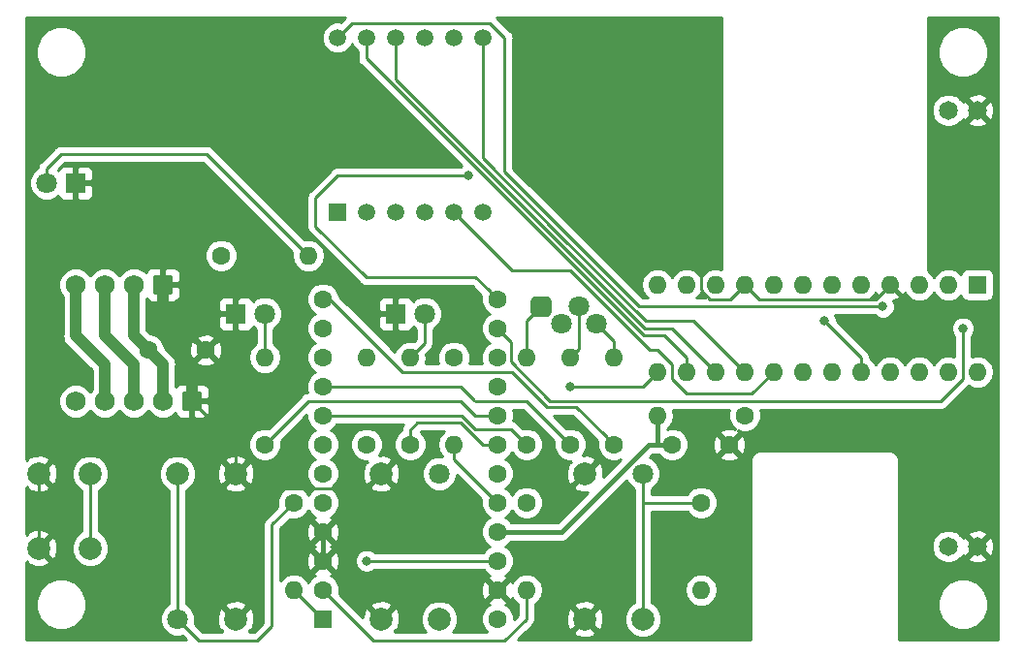
<source format=gbr>
%TF.GenerationSoftware,KiCad,Pcbnew,5.0.2-bee76a0~70~ubuntu18.04.1*%
%TF.CreationDate,2019-11-29T21:58:12+01:00*%
%TF.ProjectId,Robot-HMI,526f626f-742d-4484-9d49-2e6b69636164,rev?*%
%TF.SameCoordinates,Original*%
%TF.FileFunction,Copper,L2,Bot*%
%TF.FilePolarity,Positive*%
%FSLAX46Y46*%
G04 Gerber Fmt 4.6, Leading zero omitted, Abs format (unit mm)*
G04 Created by KiCad (PCBNEW 5.0.2-bee76a0~70~ubuntu18.04.1) date ven. 29 nov. 2019 21:58:12 CET*
%MOMM*%
%LPD*%
G01*
G04 APERTURE LIST*
%ADD10C,1.500000*%
%ADD11R,1.500000X1.500000*%
%ADD12O,1.600000X1.600000*%
%ADD13R,1.600000X1.600000*%
%ADD14C,1.650000*%
%ADD15C,1.600000*%
%ADD16C,1.800000*%
%ADD17R,1.800000X1.800000*%
%ADD18C,1.740000*%
%ADD19C,0.150000*%
%ADD20C,2.000000*%
%ADD21C,0.800000*%
%ADD22C,0.254000*%
%ADD23C,0.400000*%
%ADD24C,1.000000*%
%ADD25C,0.250000*%
G04 APERTURE END LIST*
D10*
X76200000Y-53340000D03*
X78740000Y-53340000D03*
X81280000Y-53340000D03*
X83820000Y-53340000D03*
X86360000Y-53340000D03*
X88900000Y-53340000D03*
X88900000Y-68580000D03*
X86360000Y-68580000D03*
X83820000Y-68580000D03*
X81280000Y-68580000D03*
X78740000Y-68580000D03*
D11*
X76200000Y-68580000D03*
D12*
X132080000Y-82550000D03*
X104140000Y-74930000D03*
X129540000Y-82550000D03*
X106680000Y-74930000D03*
X127000000Y-82550000D03*
X109220000Y-74930000D03*
X124460000Y-82550000D03*
X111760000Y-74930000D03*
X121920000Y-82550000D03*
X114300000Y-74930000D03*
X119380000Y-82550000D03*
X116840000Y-74930000D03*
X116840000Y-82550000D03*
X119380000Y-74930000D03*
X114300000Y-82550000D03*
X121920000Y-74930000D03*
X111760000Y-82550000D03*
X124460000Y-74930000D03*
X109220000Y-82550000D03*
X127000000Y-74930000D03*
X106680000Y-82550000D03*
X129540000Y-74930000D03*
X104140000Y-82550000D03*
D13*
X132080000Y-74930000D03*
D14*
X129540000Y-97790000D03*
X132080000Y-97790000D03*
D15*
X90170000Y-104140000D03*
X90170000Y-101600000D03*
X90170000Y-99060000D03*
X90170000Y-96520000D03*
X90170000Y-93980000D03*
X90170000Y-91440000D03*
X90170000Y-88900000D03*
X90170000Y-86360000D03*
X90170000Y-83820000D03*
X90170000Y-81280000D03*
X90170000Y-78740000D03*
X90170000Y-76200000D03*
X74930000Y-76200000D03*
X74930000Y-78740000D03*
X74930000Y-81280000D03*
X74930000Y-83820000D03*
X74930000Y-86360000D03*
X74930000Y-88900000D03*
X74930000Y-91440000D03*
X74930000Y-93980000D03*
X74930000Y-96520000D03*
X74930000Y-99060000D03*
X74930000Y-101600000D03*
D13*
X74930000Y-104140000D03*
D16*
X50800000Y-66040000D03*
D17*
X53340000Y-66040000D03*
D16*
X69850000Y-77470000D03*
D17*
X67310000Y-77470000D03*
D16*
X83820000Y-77470000D03*
D17*
X81280000Y-77470000D03*
D18*
X53340000Y-85090000D03*
X55880000Y-85090000D03*
X58420000Y-85090000D03*
X60960000Y-85090000D03*
D19*
G36*
X64144505Y-84221204D02*
X64168773Y-84224804D01*
X64192572Y-84230765D01*
X64215671Y-84239030D01*
X64237850Y-84249520D01*
X64258893Y-84262132D01*
X64278599Y-84276747D01*
X64296777Y-84293223D01*
X64313253Y-84311401D01*
X64327868Y-84331107D01*
X64340480Y-84352150D01*
X64350970Y-84374329D01*
X64359235Y-84397428D01*
X64365196Y-84421227D01*
X64368796Y-84445495D01*
X64370000Y-84469999D01*
X64370000Y-85710001D01*
X64368796Y-85734505D01*
X64365196Y-85758773D01*
X64359235Y-85782572D01*
X64350970Y-85805671D01*
X64340480Y-85827850D01*
X64327868Y-85848893D01*
X64313253Y-85868599D01*
X64296777Y-85886777D01*
X64278599Y-85903253D01*
X64258893Y-85917868D01*
X64237850Y-85930480D01*
X64215671Y-85940970D01*
X64192572Y-85949235D01*
X64168773Y-85955196D01*
X64144505Y-85958796D01*
X64120001Y-85960000D01*
X62879999Y-85960000D01*
X62855495Y-85958796D01*
X62831227Y-85955196D01*
X62807428Y-85949235D01*
X62784329Y-85940970D01*
X62762150Y-85930480D01*
X62741107Y-85917868D01*
X62721401Y-85903253D01*
X62703223Y-85886777D01*
X62686747Y-85868599D01*
X62672132Y-85848893D01*
X62659520Y-85827850D01*
X62649030Y-85805671D01*
X62640765Y-85782572D01*
X62634804Y-85758773D01*
X62631204Y-85734505D01*
X62630000Y-85710001D01*
X62630000Y-84469999D01*
X62631204Y-84445495D01*
X62634804Y-84421227D01*
X62640765Y-84397428D01*
X62649030Y-84374329D01*
X62659520Y-84352150D01*
X62672132Y-84331107D01*
X62686747Y-84311401D01*
X62703223Y-84293223D01*
X62721401Y-84276747D01*
X62741107Y-84262132D01*
X62762150Y-84249520D01*
X62784329Y-84239030D01*
X62807428Y-84230765D01*
X62831227Y-84224804D01*
X62855495Y-84221204D01*
X62879999Y-84220000D01*
X64120001Y-84220000D01*
X64144505Y-84221204D01*
X64144505Y-84221204D01*
G37*
D18*
X63500000Y-85090000D03*
X53340000Y-74930000D03*
X55880000Y-74930000D03*
X58420000Y-74930000D03*
D19*
G36*
X61604505Y-74061204D02*
X61628773Y-74064804D01*
X61652572Y-74070765D01*
X61675671Y-74079030D01*
X61697850Y-74089520D01*
X61718893Y-74102132D01*
X61738599Y-74116747D01*
X61756777Y-74133223D01*
X61773253Y-74151401D01*
X61787868Y-74171107D01*
X61800480Y-74192150D01*
X61810970Y-74214329D01*
X61819235Y-74237428D01*
X61825196Y-74261227D01*
X61828796Y-74285495D01*
X61830000Y-74309999D01*
X61830000Y-75550001D01*
X61828796Y-75574505D01*
X61825196Y-75598773D01*
X61819235Y-75622572D01*
X61810970Y-75645671D01*
X61800480Y-75667850D01*
X61787868Y-75688893D01*
X61773253Y-75708599D01*
X61756777Y-75726777D01*
X61738599Y-75743253D01*
X61718893Y-75757868D01*
X61697850Y-75770480D01*
X61675671Y-75780970D01*
X61652572Y-75789235D01*
X61628773Y-75795196D01*
X61604505Y-75798796D01*
X61580001Y-75800000D01*
X60339999Y-75800000D01*
X60315495Y-75798796D01*
X60291227Y-75795196D01*
X60267428Y-75789235D01*
X60244329Y-75780970D01*
X60222150Y-75770480D01*
X60201107Y-75757868D01*
X60181401Y-75743253D01*
X60163223Y-75726777D01*
X60146747Y-75708599D01*
X60132132Y-75688893D01*
X60119520Y-75667850D01*
X60109030Y-75645671D01*
X60100765Y-75622572D01*
X60094804Y-75598773D01*
X60091204Y-75574505D01*
X60090000Y-75550001D01*
X60090000Y-74309999D01*
X60091204Y-74285495D01*
X60094804Y-74261227D01*
X60100765Y-74237428D01*
X60109030Y-74214329D01*
X60119520Y-74192150D01*
X60132132Y-74171107D01*
X60146747Y-74151401D01*
X60163223Y-74133223D01*
X60181401Y-74116747D01*
X60201107Y-74102132D01*
X60222150Y-74089520D01*
X60244329Y-74079030D01*
X60267428Y-74070765D01*
X60291227Y-74064804D01*
X60315495Y-74061204D01*
X60339999Y-74060000D01*
X61580001Y-74060000D01*
X61604505Y-74061204D01*
X61604505Y-74061204D01*
G37*
D18*
X60960000Y-74930000D03*
D12*
X72390000Y-101600000D03*
D15*
X72390000Y-93980000D03*
D12*
X73660000Y-72390000D03*
D15*
X66040000Y-72390000D03*
D12*
X92710000Y-101600000D03*
D15*
X92710000Y-93980000D03*
D12*
X69850000Y-81280000D03*
D15*
X69850000Y-88900000D03*
D12*
X107950000Y-101600000D03*
D15*
X107950000Y-93980000D03*
D12*
X82550000Y-81280000D03*
D15*
X82550000Y-88900000D03*
D12*
X104140000Y-86360000D03*
D15*
X111760000Y-86360000D03*
D12*
X86360000Y-88900000D03*
D15*
X86360000Y-81280000D03*
D12*
X92710000Y-81280000D03*
D15*
X92710000Y-88900000D03*
D12*
X96520000Y-81280000D03*
D15*
X96520000Y-88900000D03*
D12*
X100330000Y-81280000D03*
D15*
X100330000Y-88900000D03*
D14*
X132080000Y-59690000D03*
X129540000Y-59690000D03*
D20*
X67310000Y-91440000D03*
X62230000Y-91440000D03*
D16*
X62230000Y-104140000D03*
D20*
X67310000Y-104140000D03*
X80010000Y-104140000D03*
X85090000Y-104140000D03*
D16*
X85090000Y-91440000D03*
D20*
X80010000Y-91440000D03*
X97790000Y-104140000D03*
X102870000Y-104140000D03*
D16*
X102870000Y-91440000D03*
D20*
X97790000Y-91440000D03*
X50110000Y-91440000D03*
X54610000Y-91440000D03*
X50110000Y-97940000D03*
X54610000Y-97940000D03*
D15*
X59690000Y-80645000D03*
X64690000Y-80645000D03*
D16*
X98806000Y-78359000D03*
X97282000Y-76835000D03*
X95758000Y-78359000D03*
D19*
G36*
X94474108Y-75937167D02*
X94517791Y-75943647D01*
X94560628Y-75954377D01*
X94602208Y-75969254D01*
X94642129Y-75988135D01*
X94680007Y-76010839D01*
X94715477Y-76037145D01*
X94748198Y-76066802D01*
X94777855Y-76099523D01*
X94804161Y-76134993D01*
X94826865Y-76172871D01*
X94845746Y-76212792D01*
X94860623Y-76254372D01*
X94871353Y-76297209D01*
X94877833Y-76340892D01*
X94880000Y-76385000D01*
X94880000Y-77285000D01*
X94877833Y-77329108D01*
X94871353Y-77372791D01*
X94860623Y-77415628D01*
X94845746Y-77457208D01*
X94826865Y-77497129D01*
X94804161Y-77535007D01*
X94777855Y-77570477D01*
X94748198Y-77603198D01*
X94715477Y-77632855D01*
X94680007Y-77659161D01*
X94642129Y-77681865D01*
X94602208Y-77700746D01*
X94560628Y-77715623D01*
X94517791Y-77726353D01*
X94474108Y-77732833D01*
X94430000Y-77735000D01*
X93530000Y-77735000D01*
X93485892Y-77732833D01*
X93442209Y-77726353D01*
X93399372Y-77715623D01*
X93357792Y-77700746D01*
X93317871Y-77681865D01*
X93279993Y-77659161D01*
X93244523Y-77632855D01*
X93211802Y-77603198D01*
X93182145Y-77570477D01*
X93155839Y-77535007D01*
X93133135Y-77497129D01*
X93114254Y-77457208D01*
X93099377Y-77415628D01*
X93088647Y-77372791D01*
X93082167Y-77329108D01*
X93080000Y-77285000D01*
X93080000Y-76385000D01*
X93082167Y-76340892D01*
X93088647Y-76297209D01*
X93099377Y-76254372D01*
X93114254Y-76212792D01*
X93133135Y-76172871D01*
X93155839Y-76134993D01*
X93182145Y-76099523D01*
X93211802Y-76066802D01*
X93244523Y-76037145D01*
X93279993Y-76010839D01*
X93317871Y-75988135D01*
X93357792Y-75969254D01*
X93399372Y-75954377D01*
X93442209Y-75943647D01*
X93485892Y-75937167D01*
X93530000Y-75935000D01*
X94430000Y-75935000D01*
X94474108Y-75937167D01*
X94474108Y-75937167D01*
G37*
D16*
X93980000Y-76835000D03*
D15*
X78740000Y-88900000D03*
D12*
X78740000Y-81280000D03*
D15*
X105410000Y-88900000D03*
X110410000Y-88900000D03*
D21*
X97790000Y-99060000D03*
X78740000Y-99060000D03*
X118745000Y-78105000D03*
X123825000Y-76835000D03*
X87630000Y-65405000D03*
X130810000Y-78740000D03*
X96520000Y-83820000D03*
D22*
X74930000Y-104140000D02*
X72390000Y-101600000D01*
D23*
X74930000Y-99060000D02*
X74930000Y-96520000D01*
D22*
X78828999Y-92621001D02*
X79010001Y-92439999D01*
X76835000Y-94615000D02*
X76835000Y-92621001D01*
X74930000Y-96520000D02*
X76835000Y-94615000D01*
X50110000Y-91440000D02*
X50110000Y-97940000D01*
X67310000Y-88900000D02*
X63500000Y-85090000D01*
X67310000Y-91440000D02*
X67310000Y-88900000D01*
X80126000Y-77470000D02*
X76951000Y-74295000D01*
X81280000Y-77470000D02*
X80126000Y-77470000D01*
X67310000Y-76316000D02*
X67310000Y-77470000D01*
X69331000Y-74295000D02*
X67310000Y-76316000D01*
X76951000Y-74295000D02*
X69331000Y-74295000D01*
X60960000Y-73960000D02*
X60960000Y-74930000D01*
X53340000Y-66040000D02*
X54494000Y-66040000D01*
D24*
X63500000Y-85090000D02*
X63500000Y-81915000D01*
X60960000Y-79375000D02*
X60960000Y-74930000D01*
D22*
X62923630Y-81280000D02*
X62865000Y-81280000D01*
D24*
X63500000Y-81915000D02*
X62865000Y-81280000D01*
X62865000Y-81280000D02*
X60960000Y-79375000D01*
D22*
X111760000Y-74930000D02*
X113030000Y-76200000D01*
X113030000Y-76200000D02*
X123190000Y-76200000D01*
X123190000Y-76200000D02*
X124460000Y-74930000D01*
X123660001Y-75729999D02*
X124460000Y-74930000D01*
D23*
X124460000Y-74930000D02*
X125730000Y-76200000D01*
D22*
X79010001Y-92439999D02*
X80010000Y-91440000D01*
X78740000Y-92710000D02*
X79010001Y-92439999D01*
X68580000Y-92710000D02*
X78740000Y-92710000D01*
X67310000Y-91440000D02*
X68580000Y-92710000D01*
X111760000Y-74930000D02*
X110490000Y-76200000D01*
X108742118Y-76200000D02*
X107950000Y-75407882D01*
X110490000Y-76200000D02*
X108742118Y-76200000D01*
X107950000Y-75407882D02*
X107950000Y-73660000D01*
X107950000Y-73660000D02*
X107950000Y-72390000D01*
X92710000Y-101600000D02*
X92710000Y-104140000D01*
X92710000Y-104140000D02*
X90805000Y-106045000D01*
X79375000Y-106045000D02*
X74930000Y-101600000D01*
X90805000Y-106045000D02*
X79375000Y-106045000D01*
X65924000Y-72390000D02*
X66040000Y-72390000D01*
D23*
X91301370Y-96520000D02*
X90170000Y-96520000D01*
X95786078Y-96520000D02*
X91301370Y-96520000D01*
X103406078Y-88900000D02*
X95786078Y-96520000D01*
X104140000Y-86360000D02*
X104140000Y-88900000D01*
X105410000Y-88900000D02*
X104140000Y-88900000D01*
X104140000Y-88900000D02*
X103406078Y-88900000D01*
D24*
X60960000Y-81915000D02*
X60960000Y-85090000D01*
X58420000Y-74930000D02*
X58420000Y-79375000D01*
X58420000Y-79375000D02*
X60960000Y-81915000D01*
D22*
X50800000Y-64770000D02*
X50800000Y-66040000D01*
X52070000Y-63500000D02*
X50800000Y-64770000D01*
X73660000Y-72390000D02*
X64770000Y-63500000D01*
X64770000Y-63500000D02*
X52070000Y-63500000D01*
X69850000Y-77470000D02*
X69850000Y-81280000D01*
X83820000Y-80010000D02*
X83820000Y-77470000D01*
X82550000Y-81280000D02*
X83820000Y-80010000D01*
X86360000Y-90170000D02*
X86360000Y-88900000D01*
X90170000Y-93980000D02*
X86360000Y-90170000D01*
X73660000Y-85090000D02*
X69850000Y-88900000D01*
X90170000Y-86360000D02*
X88900000Y-86360000D01*
X88900000Y-86360000D02*
X88265000Y-86360000D01*
X88265000Y-86360000D02*
X86995000Y-85090000D01*
X86995000Y-85090000D02*
X73660000Y-85090000D01*
X86995000Y-86995000D02*
X88900000Y-88900000D01*
X88900000Y-88900000D02*
X90170000Y-88900000D01*
X83185000Y-86995000D02*
X86995000Y-86995000D01*
X82550000Y-88900000D02*
X82550000Y-87630000D01*
X82550000Y-87630000D02*
X83185000Y-86995000D01*
X76061370Y-86360000D02*
X74930000Y-86360000D01*
X88259435Y-87541001D02*
X87078434Y-86360000D01*
X91351001Y-87541001D02*
X88259435Y-87541001D01*
X87078434Y-86360000D02*
X76061370Y-86360000D01*
X92710000Y-88900000D02*
X91351001Y-87541001D01*
X86995000Y-83820000D02*
X74930000Y-83820000D01*
X88176001Y-85001001D02*
X86995000Y-83820000D01*
X92710000Y-85090000D02*
X88265000Y-85090000D01*
X96520000Y-88900000D02*
X92710000Y-85090000D01*
X81915000Y-82550000D02*
X75565000Y-76200000D01*
X75565000Y-76200000D02*
X74930000Y-76200000D01*
X100330000Y-88900000D02*
X99530001Y-88100001D01*
X97028010Y-85598010D02*
X94488010Y-85598010D01*
X99530001Y-88100001D02*
X97028010Y-85598010D01*
X94488010Y-85598010D02*
X91440000Y-82550000D01*
X91440000Y-82550000D02*
X81915000Y-82550000D01*
X90170000Y-99060000D02*
X78740000Y-99060000D01*
X54610000Y-97940000D02*
X54610000Y-91440000D01*
X62230000Y-91440000D02*
X62230000Y-104140000D01*
X62230000Y-104140000D02*
X64135000Y-106045000D01*
X64135000Y-106045000D02*
X69215000Y-106045000D01*
X69215000Y-106045000D02*
X70485000Y-104775000D01*
X70485000Y-95885000D02*
X72390000Y-93980000D01*
X70485000Y-104775000D02*
X70485000Y-95885000D01*
D25*
X102870000Y-104140000D02*
X102870000Y-96520000D01*
D22*
X107950000Y-93980000D02*
X102870000Y-93980000D01*
X102870000Y-96520000D02*
X102870000Y-93980000D01*
X102870000Y-93980000D02*
X102870000Y-91440000D01*
X121920000Y-82550000D02*
X121920000Y-81280000D01*
X121920000Y-81280000D02*
X118745000Y-78105000D01*
X91440000Y-73660000D02*
X86360000Y-68580000D01*
X102235000Y-79375000D02*
X96520000Y-73660000D01*
X114300000Y-82550000D02*
X112395000Y-84455000D01*
X96520000Y-73660000D02*
X91440000Y-73660000D01*
X102235000Y-79375000D02*
X103505000Y-80645000D01*
X103505000Y-80645000D02*
X104140000Y-80645000D01*
X104140000Y-80645000D02*
X105410000Y-81915000D01*
X105410000Y-81915000D02*
X105410000Y-83185000D01*
X105410000Y-83185000D02*
X106680000Y-84455000D01*
X106680000Y-84455000D02*
X112395000Y-84455000D01*
X111760000Y-82550000D02*
X107950000Y-78740000D01*
X107950000Y-78740000D02*
X107315000Y-78105000D01*
X107315000Y-78105000D02*
X104140000Y-78105000D01*
X104140000Y-78105000D02*
X103120302Y-78105000D01*
X103120302Y-78105000D02*
X95375151Y-70359849D01*
X88900000Y-63884698D02*
X89150302Y-64135000D01*
X95375151Y-70359849D02*
X89150302Y-64135000D01*
X88900000Y-53340000D02*
X88900000Y-63884698D01*
X89150302Y-64135000D02*
X89025151Y-64009849D01*
X81280000Y-56983132D02*
X81280000Y-53340000D01*
X103036868Y-78740000D02*
X81280000Y-56983132D01*
X109220000Y-82550000D02*
X105410000Y-78740000D01*
X105410000Y-78740000D02*
X103036868Y-78740000D01*
X102953434Y-79375000D02*
X78740000Y-55161566D01*
X104775000Y-79375000D02*
X102953434Y-79375000D01*
X106680000Y-82550000D02*
X106680000Y-81280000D01*
X106680000Y-81280000D02*
X104775000Y-79375000D01*
X78740000Y-55161566D02*
X78740000Y-53340000D01*
X77470000Y-52070000D02*
X89535000Y-52070000D01*
X76200000Y-53340000D02*
X77470000Y-52070000D01*
X89535000Y-52070000D02*
X90805000Y-53340000D01*
X90805000Y-53340000D02*
X90805000Y-65071264D01*
X123825000Y-76835000D02*
X102568736Y-76835000D01*
X102568736Y-76835000D02*
X90805000Y-65071264D01*
X90170000Y-76200000D02*
X89370001Y-75400001D01*
X89370001Y-75400001D02*
X88265000Y-74295000D01*
X88265000Y-74295000D02*
X78740000Y-74295000D01*
X78740000Y-74295000D02*
X74295000Y-69850000D01*
X74295000Y-69850000D02*
X74295000Y-68299198D01*
X74295000Y-68299198D02*
X74295000Y-67310000D01*
X74295000Y-67310000D02*
X76200000Y-65405000D01*
X76200000Y-65405000D02*
X87630000Y-65405000D01*
X130810000Y-78740000D02*
X130810000Y-83185000D01*
X130810000Y-83185000D02*
X128905000Y-85090000D01*
X128905000Y-85090000D02*
X106680000Y-85090000D01*
X94772118Y-85090000D02*
X97790000Y-85090000D01*
X91351001Y-81668883D02*
X94772118Y-85090000D01*
X91351001Y-79921001D02*
X91351001Y-81668883D01*
X90170000Y-78740000D02*
X91351001Y-79921001D01*
X106680000Y-85090000D02*
X97790000Y-85090000D01*
X97790000Y-85090000D02*
X97238434Y-85090000D01*
X102870000Y-83820000D02*
X104140000Y-82550000D01*
X96520000Y-83820000D02*
X102870000Y-83820000D01*
D24*
X55880000Y-74930000D02*
X55880000Y-79375000D01*
X58420000Y-81915000D02*
X58420000Y-85090000D01*
X55880000Y-79375000D02*
X58420000Y-81915000D01*
X55880000Y-85090000D02*
X55880000Y-81915000D01*
X53340000Y-79375000D02*
X53340000Y-74930000D01*
X55880000Y-81915000D02*
X53340000Y-79375000D01*
D22*
X100330000Y-79883000D02*
X98806000Y-78359000D01*
X100330000Y-81280000D02*
X100330000Y-79883000D01*
X97282000Y-80518000D02*
X96520000Y-81280000D01*
X97282000Y-76835000D02*
X97282000Y-80518000D01*
X92710000Y-78105000D02*
X93980000Y-76835000D01*
X92710000Y-81280000D02*
X92710000Y-78105000D01*
G36*
X76878118Y-51584251D02*
X76498033Y-51964336D01*
X76475494Y-51955000D01*
X75924506Y-51955000D01*
X75415460Y-52165853D01*
X75025853Y-52555460D01*
X74815000Y-53064506D01*
X74815000Y-53615494D01*
X75025853Y-54124540D01*
X75415460Y-54514147D01*
X75924506Y-54725000D01*
X76475494Y-54725000D01*
X76984540Y-54514147D01*
X77374147Y-54124540D01*
X77470000Y-53893130D01*
X77565853Y-54124540D01*
X77955460Y-54514147D01*
X77978000Y-54523483D01*
X77978000Y-55086522D01*
X77963073Y-55161566D01*
X77978000Y-55236609D01*
X77978000Y-55236613D01*
X78022212Y-55458882D01*
X78190629Y-55710937D01*
X78254254Y-55753450D01*
X87036046Y-64535243D01*
X86928289Y-64643000D01*
X76275047Y-64643000D01*
X76200000Y-64628072D01*
X76124953Y-64643000D01*
X76124952Y-64643000D01*
X75902683Y-64687212D01*
X75650629Y-64855629D01*
X75608118Y-64919251D01*
X73809251Y-66718119D01*
X73745630Y-66760629D01*
X73703119Y-66824251D01*
X73703118Y-66824252D01*
X73577213Y-67012683D01*
X73518073Y-67310000D01*
X73533001Y-67385047D01*
X73533000Y-68374245D01*
X73533001Y-68374250D01*
X73533000Y-69774956D01*
X73518073Y-69850000D01*
X73533000Y-69925043D01*
X73533000Y-69925047D01*
X73577212Y-70147316D01*
X73745629Y-70399371D01*
X73809253Y-70441883D01*
X78148117Y-74780748D01*
X78190629Y-74844371D01*
X78254251Y-74886882D01*
X78442681Y-75012787D01*
X78442682Y-75012787D01*
X78442683Y-75012788D01*
X78664952Y-75057000D01*
X78664956Y-75057000D01*
X78739999Y-75071927D01*
X78815042Y-75057000D01*
X87949370Y-75057000D01*
X88756068Y-75863699D01*
X88735000Y-75914561D01*
X88735000Y-76485439D01*
X88953466Y-77012862D01*
X89357138Y-77416534D01*
X89486216Y-77470000D01*
X89357138Y-77523466D01*
X88953466Y-77927138D01*
X88735000Y-78454561D01*
X88735000Y-79025439D01*
X88953466Y-79552862D01*
X89357138Y-79956534D01*
X89486216Y-80010000D01*
X89357138Y-80063466D01*
X88953466Y-80467138D01*
X88735000Y-80994561D01*
X88735000Y-81565439D01*
X88827188Y-81788000D01*
X87702812Y-81788000D01*
X87795000Y-81565439D01*
X87795000Y-80994561D01*
X87576534Y-80467138D01*
X87172862Y-80063466D01*
X86645439Y-79845000D01*
X86074561Y-79845000D01*
X85547138Y-80063466D01*
X85143466Y-80467138D01*
X84925000Y-80994561D01*
X84925000Y-81565439D01*
X85017188Y-81788000D01*
X83912065Y-81788000D01*
X84013113Y-81280000D01*
X83949157Y-80958473D01*
X84305750Y-80601881D01*
X84369371Y-80559371D01*
X84411882Y-80495749D01*
X84537787Y-80307319D01*
X84537787Y-80307318D01*
X84537788Y-80307317D01*
X84582000Y-80085048D01*
X84582000Y-80085044D01*
X84596927Y-80010001D01*
X84582000Y-79934958D01*
X84582000Y-78815841D01*
X84689507Y-78771310D01*
X85121310Y-78339507D01*
X85355000Y-77775330D01*
X85355000Y-77164670D01*
X85121310Y-76600493D01*
X84689507Y-76168690D01*
X84125330Y-75935000D01*
X83514670Y-75935000D01*
X82950493Y-76168690D01*
X82774139Y-76345044D01*
X82718327Y-76210301D01*
X82539698Y-76031673D01*
X82306309Y-75935000D01*
X81565750Y-75935000D01*
X81407000Y-76093750D01*
X81407000Y-77343000D01*
X81427000Y-77343000D01*
X81427000Y-77597000D01*
X81407000Y-77597000D01*
X81407000Y-78846250D01*
X81565750Y-79005000D01*
X82306309Y-79005000D01*
X82539698Y-78908327D01*
X82718327Y-78729699D01*
X82774139Y-78594956D01*
X82950493Y-78771310D01*
X83058000Y-78815841D01*
X83058000Y-79694369D01*
X82871527Y-79880843D01*
X82691333Y-79845000D01*
X82408667Y-79845000D01*
X81990091Y-79928260D01*
X81515423Y-80245423D01*
X81198260Y-80720091D01*
X81192364Y-80749733D01*
X78198381Y-77755750D01*
X79745000Y-77755750D01*
X79745000Y-78496310D01*
X79841673Y-78729699D01*
X80020302Y-78908327D01*
X80253691Y-79005000D01*
X80994250Y-79005000D01*
X81153000Y-78846250D01*
X81153000Y-77597000D01*
X79903750Y-77597000D01*
X79745000Y-77755750D01*
X78198381Y-77755750D01*
X76886321Y-76443690D01*
X79745000Y-76443690D01*
X79745000Y-77184250D01*
X79903750Y-77343000D01*
X81153000Y-77343000D01*
X81153000Y-76093750D01*
X80994250Y-75935000D01*
X80253691Y-75935000D01*
X80020302Y-76031673D01*
X79841673Y-76210301D01*
X79745000Y-76443690D01*
X76886321Y-76443690D01*
X76365000Y-75922370D01*
X76365000Y-75914561D01*
X76146534Y-75387138D01*
X75742862Y-74983466D01*
X75215439Y-74765000D01*
X74644561Y-74765000D01*
X74117138Y-74983466D01*
X73713466Y-75387138D01*
X73495000Y-75914561D01*
X73495000Y-76485439D01*
X73713466Y-77012862D01*
X74117138Y-77416534D01*
X74246216Y-77470000D01*
X74117138Y-77523466D01*
X73713466Y-77927138D01*
X73495000Y-78454561D01*
X73495000Y-79025439D01*
X73713466Y-79552862D01*
X74117138Y-79956534D01*
X74246216Y-80010000D01*
X74117138Y-80063466D01*
X73713466Y-80467138D01*
X73495000Y-80994561D01*
X73495000Y-81565439D01*
X73713466Y-82092862D01*
X74117138Y-82496534D01*
X74246216Y-82550000D01*
X74117138Y-82603466D01*
X73713466Y-83007138D01*
X73495000Y-83534561D01*
X73495000Y-84105439D01*
X73587018Y-84327589D01*
X73584953Y-84328000D01*
X73584952Y-84328000D01*
X73362683Y-84372212D01*
X73110629Y-84540629D01*
X73068118Y-84604251D01*
X70186302Y-87486068D01*
X70135439Y-87465000D01*
X69564561Y-87465000D01*
X69037138Y-87683466D01*
X68633466Y-88087138D01*
X68415000Y-88614561D01*
X68415000Y-89185439D01*
X68633466Y-89712862D01*
X69037138Y-90116534D01*
X69564561Y-90335000D01*
X70135439Y-90335000D01*
X70662862Y-90116534D01*
X71066534Y-89712862D01*
X71285000Y-89185439D01*
X71285000Y-88614561D01*
X71263932Y-88563698D01*
X73495000Y-86332631D01*
X73495000Y-86645439D01*
X73713466Y-87172862D01*
X74117138Y-87576534D01*
X74246216Y-87630000D01*
X74117138Y-87683466D01*
X73713466Y-88087138D01*
X73495000Y-88614561D01*
X73495000Y-89185439D01*
X73713466Y-89712862D01*
X74117138Y-90116534D01*
X74246216Y-90170000D01*
X74117138Y-90223466D01*
X73713466Y-90627138D01*
X73495000Y-91154561D01*
X73495000Y-91725439D01*
X73713466Y-92252862D01*
X74117138Y-92656534D01*
X74246216Y-92710000D01*
X74117138Y-92763466D01*
X73713466Y-93167138D01*
X73660000Y-93296216D01*
X73606534Y-93167138D01*
X73202862Y-92763466D01*
X72675439Y-92545000D01*
X72104561Y-92545000D01*
X71577138Y-92763466D01*
X71173466Y-93167138D01*
X70955000Y-93694561D01*
X70955000Y-94265439D01*
X70976068Y-94316302D01*
X69999251Y-95293119D01*
X69935630Y-95335629D01*
X69893119Y-95399251D01*
X69893118Y-95399252D01*
X69767213Y-95587683D01*
X69708073Y-95885000D01*
X69723001Y-95960048D01*
X69723000Y-104459369D01*
X68899370Y-105283000D01*
X68521020Y-105283000D01*
X68576814Y-105227206D01*
X68462534Y-105112926D01*
X68729387Y-105014264D01*
X68955908Y-104404539D01*
X68931856Y-103754540D01*
X68729387Y-103265736D01*
X68462532Y-103167073D01*
X67489605Y-104140000D01*
X67503748Y-104154143D01*
X67324143Y-104333748D01*
X67310000Y-104319605D01*
X67295858Y-104333748D01*
X67116253Y-104154143D01*
X67130395Y-104140000D01*
X66157468Y-103167073D01*
X65890613Y-103265736D01*
X65664092Y-103875461D01*
X65688144Y-104525460D01*
X65890613Y-105014264D01*
X66157466Y-105112926D01*
X66043186Y-105227206D01*
X66098980Y-105283000D01*
X64450631Y-105283000D01*
X63720469Y-104552838D01*
X63765000Y-104445330D01*
X63765000Y-103834670D01*
X63531310Y-103270493D01*
X63248285Y-102987468D01*
X66337073Y-102987468D01*
X67310000Y-103960395D01*
X68282927Y-102987468D01*
X68184264Y-102720613D01*
X67574539Y-102494092D01*
X66924540Y-102518144D01*
X66435736Y-102720613D01*
X66337073Y-102987468D01*
X63248285Y-102987468D01*
X63099507Y-102838690D01*
X62992000Y-102794159D01*
X62992000Y-92894080D01*
X63156153Y-92826086D01*
X63389707Y-92592532D01*
X66337073Y-92592532D01*
X66435736Y-92859387D01*
X67045461Y-93085908D01*
X67695460Y-93061856D01*
X68184264Y-92859387D01*
X68282927Y-92592532D01*
X67310000Y-91619605D01*
X66337073Y-92592532D01*
X63389707Y-92592532D01*
X63616086Y-92366153D01*
X63865000Y-91765222D01*
X63865000Y-91175461D01*
X65664092Y-91175461D01*
X65688144Y-91825460D01*
X65890613Y-92314264D01*
X66157468Y-92412927D01*
X67130395Y-91440000D01*
X67489605Y-91440000D01*
X68462532Y-92412927D01*
X68729387Y-92314264D01*
X68955908Y-91704539D01*
X68931856Y-91054540D01*
X68729387Y-90565736D01*
X68462532Y-90467073D01*
X67489605Y-91440000D01*
X67130395Y-91440000D01*
X66157468Y-90467073D01*
X65890613Y-90565736D01*
X65664092Y-91175461D01*
X63865000Y-91175461D01*
X63865000Y-91114778D01*
X63616086Y-90513847D01*
X63389707Y-90287468D01*
X66337073Y-90287468D01*
X67310000Y-91260395D01*
X68282927Y-90287468D01*
X68184264Y-90020613D01*
X67574539Y-89794092D01*
X66924540Y-89818144D01*
X66435736Y-90020613D01*
X66337073Y-90287468D01*
X63389707Y-90287468D01*
X63156153Y-90053914D01*
X62555222Y-89805000D01*
X61904778Y-89805000D01*
X61303847Y-90053914D01*
X60843914Y-90513847D01*
X60595000Y-91114778D01*
X60595000Y-91765222D01*
X60843914Y-92366153D01*
X61303847Y-92826086D01*
X61468000Y-92894081D01*
X61468001Y-102794159D01*
X61360493Y-102838690D01*
X60928690Y-103270493D01*
X60695000Y-103834670D01*
X60695000Y-104445330D01*
X60928690Y-105009507D01*
X61360493Y-105441310D01*
X61924670Y-105675000D01*
X62535330Y-105675000D01*
X62642838Y-105630469D01*
X62957369Y-105945000D01*
X48995000Y-105945000D01*
X48995000Y-102425431D01*
X49835000Y-102425431D01*
X49835000Y-103314569D01*
X50175259Y-104136026D01*
X50803974Y-104764741D01*
X51625431Y-105105000D01*
X52514569Y-105105000D01*
X53336026Y-104764741D01*
X53964741Y-104136026D01*
X54305000Y-103314569D01*
X54305000Y-102425431D01*
X53964741Y-101603974D01*
X53336026Y-100975259D01*
X52514569Y-100635000D01*
X51625431Y-100635000D01*
X50803974Y-100975259D01*
X50175259Y-101603974D01*
X49835000Y-102425431D01*
X48995000Y-102425431D01*
X48995000Y-99179020D01*
X49022794Y-99206814D01*
X49137074Y-99092534D01*
X49235736Y-99359387D01*
X49845461Y-99585908D01*
X50495460Y-99561856D01*
X50984264Y-99359387D01*
X51082927Y-99092532D01*
X50110000Y-98119605D01*
X50095858Y-98133748D01*
X49916253Y-97954143D01*
X49930395Y-97940000D01*
X50289605Y-97940000D01*
X51262532Y-98912927D01*
X51529387Y-98814264D01*
X51755908Y-98204539D01*
X51731856Y-97554540D01*
X51529387Y-97065736D01*
X51262532Y-96967073D01*
X50289605Y-97940000D01*
X49930395Y-97940000D01*
X49916253Y-97925858D01*
X50095858Y-97746253D01*
X50110000Y-97760395D01*
X51082927Y-96787468D01*
X50984264Y-96520613D01*
X50374539Y-96294092D01*
X49724540Y-96318144D01*
X49235736Y-96520613D01*
X49137074Y-96787466D01*
X49022794Y-96673186D01*
X48995000Y-96700980D01*
X48995000Y-92679020D01*
X49022794Y-92706814D01*
X49137074Y-92592534D01*
X49235736Y-92859387D01*
X49845461Y-93085908D01*
X50495460Y-93061856D01*
X50984264Y-92859387D01*
X51082927Y-92592532D01*
X50110000Y-91619605D01*
X50095858Y-91633748D01*
X49916253Y-91454143D01*
X49930395Y-91440000D01*
X50289605Y-91440000D01*
X51262532Y-92412927D01*
X51529387Y-92314264D01*
X51755908Y-91704539D01*
X51734085Y-91114778D01*
X52975000Y-91114778D01*
X52975000Y-91765222D01*
X53223914Y-92366153D01*
X53683847Y-92826086D01*
X53848001Y-92894081D01*
X53848000Y-96485919D01*
X53683847Y-96553914D01*
X53223914Y-97013847D01*
X52975000Y-97614778D01*
X52975000Y-98265222D01*
X53223914Y-98866153D01*
X53683847Y-99326086D01*
X54284778Y-99575000D01*
X54935222Y-99575000D01*
X55536153Y-99326086D01*
X55996086Y-98866153D01*
X56245000Y-98265222D01*
X56245000Y-97614778D01*
X55996086Y-97013847D01*
X55536153Y-96553914D01*
X55372000Y-96485920D01*
X55372000Y-92894080D01*
X55536153Y-92826086D01*
X55996086Y-92366153D01*
X56245000Y-91765222D01*
X56245000Y-91114778D01*
X55996086Y-90513847D01*
X55536153Y-90053914D01*
X54935222Y-89805000D01*
X54284778Y-89805000D01*
X53683847Y-90053914D01*
X53223914Y-90513847D01*
X52975000Y-91114778D01*
X51734085Y-91114778D01*
X51731856Y-91054540D01*
X51529387Y-90565736D01*
X51262532Y-90467073D01*
X50289605Y-91440000D01*
X49930395Y-91440000D01*
X49916253Y-91425858D01*
X50095858Y-91246253D01*
X50110000Y-91260395D01*
X51082927Y-90287468D01*
X50984264Y-90020613D01*
X50374539Y-89794092D01*
X49724540Y-89818144D01*
X49235736Y-90020613D01*
X49137074Y-90287466D01*
X49022794Y-90173186D01*
X48995000Y-90200980D01*
X48995000Y-74630637D01*
X51835000Y-74630637D01*
X51835000Y-75229363D01*
X52064122Y-75782514D01*
X52205001Y-75923393D01*
X52205000Y-79263217D01*
X52182765Y-79375000D01*
X52234931Y-79637255D01*
X52270854Y-79817854D01*
X52521711Y-80193289D01*
X52616482Y-80256613D01*
X54745001Y-82385133D01*
X54745000Y-84096608D01*
X54610000Y-84231608D01*
X54192514Y-83814122D01*
X53639363Y-83585000D01*
X53040637Y-83585000D01*
X52487486Y-83814122D01*
X52064122Y-84237486D01*
X51835000Y-84790637D01*
X51835000Y-85389363D01*
X52064122Y-85942514D01*
X52487486Y-86365878D01*
X53040637Y-86595000D01*
X53639363Y-86595000D01*
X54192514Y-86365878D01*
X54610000Y-85948392D01*
X55027486Y-86365878D01*
X55580637Y-86595000D01*
X56179363Y-86595000D01*
X56732514Y-86365878D01*
X57150000Y-85948392D01*
X57567486Y-86365878D01*
X58120637Y-86595000D01*
X58719363Y-86595000D01*
X59272514Y-86365878D01*
X59690000Y-85948392D01*
X60107486Y-86365878D01*
X60660637Y-86595000D01*
X61259363Y-86595000D01*
X61812514Y-86365878D01*
X62023435Y-86154957D01*
X62091673Y-86319699D01*
X62270302Y-86498327D01*
X62503691Y-86595000D01*
X63214250Y-86595000D01*
X63373000Y-86436250D01*
X63373000Y-85217000D01*
X63627000Y-85217000D01*
X63627000Y-86436250D01*
X63785750Y-86595000D01*
X64496309Y-86595000D01*
X64729698Y-86498327D01*
X64908327Y-86319699D01*
X65005000Y-86086310D01*
X65005000Y-85375750D01*
X64846250Y-85217000D01*
X63627000Y-85217000D01*
X63373000Y-85217000D01*
X63353000Y-85217000D01*
X63353000Y-84963000D01*
X63373000Y-84963000D01*
X63373000Y-83743750D01*
X63627000Y-83743750D01*
X63627000Y-84963000D01*
X64846250Y-84963000D01*
X65005000Y-84804250D01*
X65005000Y-84093690D01*
X64908327Y-83860301D01*
X64729698Y-83681673D01*
X64496309Y-83585000D01*
X63785750Y-83585000D01*
X63627000Y-83743750D01*
X63373000Y-83743750D01*
X63214250Y-83585000D01*
X62503691Y-83585000D01*
X62270302Y-83681673D01*
X62095000Y-83856974D01*
X62095000Y-82026781D01*
X62117235Y-81914999D01*
X62065070Y-81652745D01*
X63861861Y-81652745D01*
X63935995Y-81898864D01*
X64473223Y-82091965D01*
X65043454Y-82064778D01*
X65444005Y-81898864D01*
X65518139Y-81652745D01*
X64690000Y-80824605D01*
X63861861Y-81652745D01*
X62065070Y-81652745D01*
X62058095Y-81617683D01*
X62029146Y-81472145D01*
X61778289Y-81096711D01*
X61683521Y-81033390D01*
X61125000Y-80474868D01*
X61125000Y-80428223D01*
X63243035Y-80428223D01*
X63270222Y-80998454D01*
X63436136Y-81399005D01*
X63682255Y-81473139D01*
X64510395Y-80645000D01*
X64869605Y-80645000D01*
X65697745Y-81473139D01*
X65943864Y-81399005D01*
X66136965Y-80861777D01*
X66109778Y-80291546D01*
X65943864Y-79890995D01*
X65697745Y-79816861D01*
X64869605Y-80645000D01*
X64510395Y-80645000D01*
X63682255Y-79816861D01*
X63436136Y-79890995D01*
X63243035Y-80428223D01*
X61125000Y-80428223D01*
X61125000Y-80359561D01*
X60906534Y-79832138D01*
X60711651Y-79637255D01*
X63861861Y-79637255D01*
X64690000Y-80465395D01*
X65518139Y-79637255D01*
X65444005Y-79391136D01*
X64906777Y-79198035D01*
X64336546Y-79225222D01*
X63935995Y-79391136D01*
X63861861Y-79637255D01*
X60711651Y-79637255D01*
X60502862Y-79428466D01*
X59975439Y-79210000D01*
X59860131Y-79210000D01*
X59555000Y-78904869D01*
X59555000Y-77755750D01*
X65775000Y-77755750D01*
X65775000Y-78496310D01*
X65871673Y-78729699D01*
X66050302Y-78908327D01*
X66283691Y-79005000D01*
X67024250Y-79005000D01*
X67183000Y-78846250D01*
X67183000Y-77597000D01*
X65933750Y-77597000D01*
X65775000Y-77755750D01*
X59555000Y-77755750D01*
X59555000Y-76443690D01*
X65775000Y-76443690D01*
X65775000Y-77184250D01*
X65933750Y-77343000D01*
X67183000Y-77343000D01*
X67183000Y-76093750D01*
X67437000Y-76093750D01*
X67437000Y-77343000D01*
X67457000Y-77343000D01*
X67457000Y-77597000D01*
X67437000Y-77597000D01*
X67437000Y-78846250D01*
X67595750Y-79005000D01*
X68336309Y-79005000D01*
X68569698Y-78908327D01*
X68748327Y-78729699D01*
X68804139Y-78594956D01*
X68980493Y-78771310D01*
X69088000Y-78815841D01*
X69088001Y-80063292D01*
X68815423Y-80245423D01*
X68498260Y-80720091D01*
X68386887Y-81280000D01*
X68498260Y-81839909D01*
X68815423Y-82314577D01*
X69290091Y-82631740D01*
X69708667Y-82715000D01*
X69991333Y-82715000D01*
X70409909Y-82631740D01*
X70884577Y-82314577D01*
X71201740Y-81839909D01*
X71313113Y-81280000D01*
X71201740Y-80720091D01*
X70884577Y-80245423D01*
X70612000Y-80063293D01*
X70612000Y-78815841D01*
X70719507Y-78771310D01*
X71151310Y-78339507D01*
X71385000Y-77775330D01*
X71385000Y-77164670D01*
X71151310Y-76600493D01*
X70719507Y-76168690D01*
X70155330Y-75935000D01*
X69544670Y-75935000D01*
X68980493Y-76168690D01*
X68804139Y-76345044D01*
X68748327Y-76210301D01*
X68569698Y-76031673D01*
X68336309Y-75935000D01*
X67595750Y-75935000D01*
X67437000Y-76093750D01*
X67183000Y-76093750D01*
X67024250Y-75935000D01*
X66283691Y-75935000D01*
X66050302Y-76031673D01*
X65871673Y-76210301D01*
X65775000Y-76443690D01*
X59555000Y-76443690D01*
X59555000Y-76163026D01*
X59730302Y-76338327D01*
X59963691Y-76435000D01*
X60674250Y-76435000D01*
X60833000Y-76276250D01*
X60833000Y-75057000D01*
X61087000Y-75057000D01*
X61087000Y-76276250D01*
X61245750Y-76435000D01*
X61956309Y-76435000D01*
X62189698Y-76338327D01*
X62368327Y-76159699D01*
X62465000Y-75926310D01*
X62465000Y-75215750D01*
X62306250Y-75057000D01*
X61087000Y-75057000D01*
X60833000Y-75057000D01*
X60813000Y-75057000D01*
X60813000Y-74803000D01*
X60833000Y-74803000D01*
X60833000Y-73583750D01*
X61087000Y-73583750D01*
X61087000Y-74803000D01*
X62306250Y-74803000D01*
X62465000Y-74644250D01*
X62465000Y-73933690D01*
X62368327Y-73700301D01*
X62189698Y-73521673D01*
X61956309Y-73425000D01*
X61245750Y-73425000D01*
X61087000Y-73583750D01*
X60833000Y-73583750D01*
X60674250Y-73425000D01*
X59963691Y-73425000D01*
X59730302Y-73521673D01*
X59551673Y-73700301D01*
X59483435Y-73865043D01*
X59272514Y-73654122D01*
X58719363Y-73425000D01*
X58120637Y-73425000D01*
X57567486Y-73654122D01*
X57150000Y-74071608D01*
X56732514Y-73654122D01*
X56179363Y-73425000D01*
X55580637Y-73425000D01*
X55027486Y-73654122D01*
X54610000Y-74071608D01*
X54192514Y-73654122D01*
X53639363Y-73425000D01*
X53040637Y-73425000D01*
X52487486Y-73654122D01*
X52064122Y-74077486D01*
X51835000Y-74630637D01*
X48995000Y-74630637D01*
X48995000Y-72104561D01*
X64605000Y-72104561D01*
X64605000Y-72675439D01*
X64823466Y-73202862D01*
X65227138Y-73606534D01*
X65754561Y-73825000D01*
X66325439Y-73825000D01*
X66852862Y-73606534D01*
X67256534Y-73202862D01*
X67475000Y-72675439D01*
X67475000Y-72104561D01*
X67256534Y-71577138D01*
X66852862Y-71173466D01*
X66325439Y-70955000D01*
X65754561Y-70955000D01*
X65227138Y-71173466D01*
X64823466Y-71577138D01*
X64605000Y-72104561D01*
X48995000Y-72104561D01*
X48995000Y-65734670D01*
X49265000Y-65734670D01*
X49265000Y-66345330D01*
X49498690Y-66909507D01*
X49930493Y-67341310D01*
X50494670Y-67575000D01*
X51105330Y-67575000D01*
X51669507Y-67341310D01*
X51845861Y-67164956D01*
X51901673Y-67299699D01*
X52080302Y-67478327D01*
X52313691Y-67575000D01*
X53054250Y-67575000D01*
X53213000Y-67416250D01*
X53213000Y-66167000D01*
X53467000Y-66167000D01*
X53467000Y-67416250D01*
X53625750Y-67575000D01*
X54366309Y-67575000D01*
X54599698Y-67478327D01*
X54778327Y-67299699D01*
X54875000Y-67066310D01*
X54875000Y-66325750D01*
X54716250Y-66167000D01*
X53467000Y-66167000D01*
X53213000Y-66167000D01*
X53193000Y-66167000D01*
X53193000Y-65913000D01*
X53213000Y-65913000D01*
X53213000Y-64663750D01*
X53467000Y-64663750D01*
X53467000Y-65913000D01*
X54716250Y-65913000D01*
X54875000Y-65754250D01*
X54875000Y-65013690D01*
X54778327Y-64780301D01*
X54599698Y-64601673D01*
X54366309Y-64505000D01*
X53625750Y-64505000D01*
X53467000Y-64663750D01*
X53213000Y-64663750D01*
X53054250Y-64505000D01*
X52313691Y-64505000D01*
X52080302Y-64601673D01*
X51901673Y-64780301D01*
X51845861Y-64915044D01*
X51789224Y-64858407D01*
X52385631Y-64262000D01*
X64454370Y-64262000D01*
X72260843Y-72068474D01*
X72196887Y-72390000D01*
X72308260Y-72949909D01*
X72625423Y-73424577D01*
X73100091Y-73741740D01*
X73518667Y-73825000D01*
X73801333Y-73825000D01*
X74219909Y-73741740D01*
X74694577Y-73424577D01*
X75011740Y-72949909D01*
X75123113Y-72390000D01*
X75011740Y-71830091D01*
X74694577Y-71355423D01*
X74219909Y-71038260D01*
X73801333Y-70955000D01*
X73518667Y-70955000D01*
X73338474Y-70990843D01*
X65361883Y-63014253D01*
X65319371Y-62950629D01*
X65067317Y-62782212D01*
X64845048Y-62738000D01*
X64845043Y-62738000D01*
X64770000Y-62723073D01*
X64694957Y-62738000D01*
X52145042Y-62738000D01*
X52069999Y-62723073D01*
X51994956Y-62738000D01*
X51994952Y-62738000D01*
X51772683Y-62782212D01*
X51772682Y-62782213D01*
X51772681Y-62782213D01*
X51584251Y-62908118D01*
X51520629Y-62950629D01*
X51478118Y-63014251D01*
X50314253Y-64178117D01*
X50250629Y-64220629D01*
X50082212Y-64472684D01*
X50038172Y-64694088D01*
X49930493Y-64738690D01*
X49498690Y-65170493D01*
X49265000Y-65734670D01*
X48995000Y-65734670D01*
X48995000Y-54165431D01*
X49835000Y-54165431D01*
X49835000Y-55054569D01*
X50175259Y-55876026D01*
X50803974Y-56504741D01*
X51625431Y-56845000D01*
X52514569Y-56845000D01*
X53336026Y-56504741D01*
X53964741Y-55876026D01*
X54305000Y-55054569D01*
X54305000Y-54165431D01*
X53964741Y-53343974D01*
X53336026Y-52715259D01*
X52514569Y-52375000D01*
X51625431Y-52375000D01*
X50803974Y-52715259D01*
X50175259Y-53343974D01*
X49835000Y-54165431D01*
X48995000Y-54165431D01*
X48995000Y-51535000D01*
X76911027Y-51535000D01*
X76878118Y-51584251D01*
X76878118Y-51584251D01*
G37*
X76878118Y-51584251D02*
X76498033Y-51964336D01*
X76475494Y-51955000D01*
X75924506Y-51955000D01*
X75415460Y-52165853D01*
X75025853Y-52555460D01*
X74815000Y-53064506D01*
X74815000Y-53615494D01*
X75025853Y-54124540D01*
X75415460Y-54514147D01*
X75924506Y-54725000D01*
X76475494Y-54725000D01*
X76984540Y-54514147D01*
X77374147Y-54124540D01*
X77470000Y-53893130D01*
X77565853Y-54124540D01*
X77955460Y-54514147D01*
X77978000Y-54523483D01*
X77978000Y-55086522D01*
X77963073Y-55161566D01*
X77978000Y-55236609D01*
X77978000Y-55236613D01*
X78022212Y-55458882D01*
X78190629Y-55710937D01*
X78254254Y-55753450D01*
X87036046Y-64535243D01*
X86928289Y-64643000D01*
X76275047Y-64643000D01*
X76200000Y-64628072D01*
X76124953Y-64643000D01*
X76124952Y-64643000D01*
X75902683Y-64687212D01*
X75650629Y-64855629D01*
X75608118Y-64919251D01*
X73809251Y-66718119D01*
X73745630Y-66760629D01*
X73703119Y-66824251D01*
X73703118Y-66824252D01*
X73577213Y-67012683D01*
X73518073Y-67310000D01*
X73533001Y-67385047D01*
X73533000Y-68374245D01*
X73533001Y-68374250D01*
X73533000Y-69774956D01*
X73518073Y-69850000D01*
X73533000Y-69925043D01*
X73533000Y-69925047D01*
X73577212Y-70147316D01*
X73745629Y-70399371D01*
X73809253Y-70441883D01*
X78148117Y-74780748D01*
X78190629Y-74844371D01*
X78254251Y-74886882D01*
X78442681Y-75012787D01*
X78442682Y-75012787D01*
X78442683Y-75012788D01*
X78664952Y-75057000D01*
X78664956Y-75057000D01*
X78739999Y-75071927D01*
X78815042Y-75057000D01*
X87949370Y-75057000D01*
X88756068Y-75863699D01*
X88735000Y-75914561D01*
X88735000Y-76485439D01*
X88953466Y-77012862D01*
X89357138Y-77416534D01*
X89486216Y-77470000D01*
X89357138Y-77523466D01*
X88953466Y-77927138D01*
X88735000Y-78454561D01*
X88735000Y-79025439D01*
X88953466Y-79552862D01*
X89357138Y-79956534D01*
X89486216Y-80010000D01*
X89357138Y-80063466D01*
X88953466Y-80467138D01*
X88735000Y-80994561D01*
X88735000Y-81565439D01*
X88827188Y-81788000D01*
X87702812Y-81788000D01*
X87795000Y-81565439D01*
X87795000Y-80994561D01*
X87576534Y-80467138D01*
X87172862Y-80063466D01*
X86645439Y-79845000D01*
X86074561Y-79845000D01*
X85547138Y-80063466D01*
X85143466Y-80467138D01*
X84925000Y-80994561D01*
X84925000Y-81565439D01*
X85017188Y-81788000D01*
X83912065Y-81788000D01*
X84013113Y-81280000D01*
X83949157Y-80958473D01*
X84305750Y-80601881D01*
X84369371Y-80559371D01*
X84411882Y-80495749D01*
X84537787Y-80307319D01*
X84537787Y-80307318D01*
X84537788Y-80307317D01*
X84582000Y-80085048D01*
X84582000Y-80085044D01*
X84596927Y-80010001D01*
X84582000Y-79934958D01*
X84582000Y-78815841D01*
X84689507Y-78771310D01*
X85121310Y-78339507D01*
X85355000Y-77775330D01*
X85355000Y-77164670D01*
X85121310Y-76600493D01*
X84689507Y-76168690D01*
X84125330Y-75935000D01*
X83514670Y-75935000D01*
X82950493Y-76168690D01*
X82774139Y-76345044D01*
X82718327Y-76210301D01*
X82539698Y-76031673D01*
X82306309Y-75935000D01*
X81565750Y-75935000D01*
X81407000Y-76093750D01*
X81407000Y-77343000D01*
X81427000Y-77343000D01*
X81427000Y-77597000D01*
X81407000Y-77597000D01*
X81407000Y-78846250D01*
X81565750Y-79005000D01*
X82306309Y-79005000D01*
X82539698Y-78908327D01*
X82718327Y-78729699D01*
X82774139Y-78594956D01*
X82950493Y-78771310D01*
X83058000Y-78815841D01*
X83058000Y-79694369D01*
X82871527Y-79880843D01*
X82691333Y-79845000D01*
X82408667Y-79845000D01*
X81990091Y-79928260D01*
X81515423Y-80245423D01*
X81198260Y-80720091D01*
X81192364Y-80749733D01*
X78198381Y-77755750D01*
X79745000Y-77755750D01*
X79745000Y-78496310D01*
X79841673Y-78729699D01*
X80020302Y-78908327D01*
X80253691Y-79005000D01*
X80994250Y-79005000D01*
X81153000Y-78846250D01*
X81153000Y-77597000D01*
X79903750Y-77597000D01*
X79745000Y-77755750D01*
X78198381Y-77755750D01*
X76886321Y-76443690D01*
X79745000Y-76443690D01*
X79745000Y-77184250D01*
X79903750Y-77343000D01*
X81153000Y-77343000D01*
X81153000Y-76093750D01*
X80994250Y-75935000D01*
X80253691Y-75935000D01*
X80020302Y-76031673D01*
X79841673Y-76210301D01*
X79745000Y-76443690D01*
X76886321Y-76443690D01*
X76365000Y-75922370D01*
X76365000Y-75914561D01*
X76146534Y-75387138D01*
X75742862Y-74983466D01*
X75215439Y-74765000D01*
X74644561Y-74765000D01*
X74117138Y-74983466D01*
X73713466Y-75387138D01*
X73495000Y-75914561D01*
X73495000Y-76485439D01*
X73713466Y-77012862D01*
X74117138Y-77416534D01*
X74246216Y-77470000D01*
X74117138Y-77523466D01*
X73713466Y-77927138D01*
X73495000Y-78454561D01*
X73495000Y-79025439D01*
X73713466Y-79552862D01*
X74117138Y-79956534D01*
X74246216Y-80010000D01*
X74117138Y-80063466D01*
X73713466Y-80467138D01*
X73495000Y-80994561D01*
X73495000Y-81565439D01*
X73713466Y-82092862D01*
X74117138Y-82496534D01*
X74246216Y-82550000D01*
X74117138Y-82603466D01*
X73713466Y-83007138D01*
X73495000Y-83534561D01*
X73495000Y-84105439D01*
X73587018Y-84327589D01*
X73584953Y-84328000D01*
X73584952Y-84328000D01*
X73362683Y-84372212D01*
X73110629Y-84540629D01*
X73068118Y-84604251D01*
X70186302Y-87486068D01*
X70135439Y-87465000D01*
X69564561Y-87465000D01*
X69037138Y-87683466D01*
X68633466Y-88087138D01*
X68415000Y-88614561D01*
X68415000Y-89185439D01*
X68633466Y-89712862D01*
X69037138Y-90116534D01*
X69564561Y-90335000D01*
X70135439Y-90335000D01*
X70662862Y-90116534D01*
X71066534Y-89712862D01*
X71285000Y-89185439D01*
X71285000Y-88614561D01*
X71263932Y-88563698D01*
X73495000Y-86332631D01*
X73495000Y-86645439D01*
X73713466Y-87172862D01*
X74117138Y-87576534D01*
X74246216Y-87630000D01*
X74117138Y-87683466D01*
X73713466Y-88087138D01*
X73495000Y-88614561D01*
X73495000Y-89185439D01*
X73713466Y-89712862D01*
X74117138Y-90116534D01*
X74246216Y-90170000D01*
X74117138Y-90223466D01*
X73713466Y-90627138D01*
X73495000Y-91154561D01*
X73495000Y-91725439D01*
X73713466Y-92252862D01*
X74117138Y-92656534D01*
X74246216Y-92710000D01*
X74117138Y-92763466D01*
X73713466Y-93167138D01*
X73660000Y-93296216D01*
X73606534Y-93167138D01*
X73202862Y-92763466D01*
X72675439Y-92545000D01*
X72104561Y-92545000D01*
X71577138Y-92763466D01*
X71173466Y-93167138D01*
X70955000Y-93694561D01*
X70955000Y-94265439D01*
X70976068Y-94316302D01*
X69999251Y-95293119D01*
X69935630Y-95335629D01*
X69893119Y-95399251D01*
X69893118Y-95399252D01*
X69767213Y-95587683D01*
X69708073Y-95885000D01*
X69723001Y-95960048D01*
X69723000Y-104459369D01*
X68899370Y-105283000D01*
X68521020Y-105283000D01*
X68576814Y-105227206D01*
X68462534Y-105112926D01*
X68729387Y-105014264D01*
X68955908Y-104404539D01*
X68931856Y-103754540D01*
X68729387Y-103265736D01*
X68462532Y-103167073D01*
X67489605Y-104140000D01*
X67503748Y-104154143D01*
X67324143Y-104333748D01*
X67310000Y-104319605D01*
X67295858Y-104333748D01*
X67116253Y-104154143D01*
X67130395Y-104140000D01*
X66157468Y-103167073D01*
X65890613Y-103265736D01*
X65664092Y-103875461D01*
X65688144Y-104525460D01*
X65890613Y-105014264D01*
X66157466Y-105112926D01*
X66043186Y-105227206D01*
X66098980Y-105283000D01*
X64450631Y-105283000D01*
X63720469Y-104552838D01*
X63765000Y-104445330D01*
X63765000Y-103834670D01*
X63531310Y-103270493D01*
X63248285Y-102987468D01*
X66337073Y-102987468D01*
X67310000Y-103960395D01*
X68282927Y-102987468D01*
X68184264Y-102720613D01*
X67574539Y-102494092D01*
X66924540Y-102518144D01*
X66435736Y-102720613D01*
X66337073Y-102987468D01*
X63248285Y-102987468D01*
X63099507Y-102838690D01*
X62992000Y-102794159D01*
X62992000Y-92894080D01*
X63156153Y-92826086D01*
X63389707Y-92592532D01*
X66337073Y-92592532D01*
X66435736Y-92859387D01*
X67045461Y-93085908D01*
X67695460Y-93061856D01*
X68184264Y-92859387D01*
X68282927Y-92592532D01*
X67310000Y-91619605D01*
X66337073Y-92592532D01*
X63389707Y-92592532D01*
X63616086Y-92366153D01*
X63865000Y-91765222D01*
X63865000Y-91175461D01*
X65664092Y-91175461D01*
X65688144Y-91825460D01*
X65890613Y-92314264D01*
X66157468Y-92412927D01*
X67130395Y-91440000D01*
X67489605Y-91440000D01*
X68462532Y-92412927D01*
X68729387Y-92314264D01*
X68955908Y-91704539D01*
X68931856Y-91054540D01*
X68729387Y-90565736D01*
X68462532Y-90467073D01*
X67489605Y-91440000D01*
X67130395Y-91440000D01*
X66157468Y-90467073D01*
X65890613Y-90565736D01*
X65664092Y-91175461D01*
X63865000Y-91175461D01*
X63865000Y-91114778D01*
X63616086Y-90513847D01*
X63389707Y-90287468D01*
X66337073Y-90287468D01*
X67310000Y-91260395D01*
X68282927Y-90287468D01*
X68184264Y-90020613D01*
X67574539Y-89794092D01*
X66924540Y-89818144D01*
X66435736Y-90020613D01*
X66337073Y-90287468D01*
X63389707Y-90287468D01*
X63156153Y-90053914D01*
X62555222Y-89805000D01*
X61904778Y-89805000D01*
X61303847Y-90053914D01*
X60843914Y-90513847D01*
X60595000Y-91114778D01*
X60595000Y-91765222D01*
X60843914Y-92366153D01*
X61303847Y-92826086D01*
X61468000Y-92894081D01*
X61468001Y-102794159D01*
X61360493Y-102838690D01*
X60928690Y-103270493D01*
X60695000Y-103834670D01*
X60695000Y-104445330D01*
X60928690Y-105009507D01*
X61360493Y-105441310D01*
X61924670Y-105675000D01*
X62535330Y-105675000D01*
X62642838Y-105630469D01*
X62957369Y-105945000D01*
X48995000Y-105945000D01*
X48995000Y-102425431D01*
X49835000Y-102425431D01*
X49835000Y-103314569D01*
X50175259Y-104136026D01*
X50803974Y-104764741D01*
X51625431Y-105105000D01*
X52514569Y-105105000D01*
X53336026Y-104764741D01*
X53964741Y-104136026D01*
X54305000Y-103314569D01*
X54305000Y-102425431D01*
X53964741Y-101603974D01*
X53336026Y-100975259D01*
X52514569Y-100635000D01*
X51625431Y-100635000D01*
X50803974Y-100975259D01*
X50175259Y-101603974D01*
X49835000Y-102425431D01*
X48995000Y-102425431D01*
X48995000Y-99179020D01*
X49022794Y-99206814D01*
X49137074Y-99092534D01*
X49235736Y-99359387D01*
X49845461Y-99585908D01*
X50495460Y-99561856D01*
X50984264Y-99359387D01*
X51082927Y-99092532D01*
X50110000Y-98119605D01*
X50095858Y-98133748D01*
X49916253Y-97954143D01*
X49930395Y-97940000D01*
X50289605Y-97940000D01*
X51262532Y-98912927D01*
X51529387Y-98814264D01*
X51755908Y-98204539D01*
X51731856Y-97554540D01*
X51529387Y-97065736D01*
X51262532Y-96967073D01*
X50289605Y-97940000D01*
X49930395Y-97940000D01*
X49916253Y-97925858D01*
X50095858Y-97746253D01*
X50110000Y-97760395D01*
X51082927Y-96787468D01*
X50984264Y-96520613D01*
X50374539Y-96294092D01*
X49724540Y-96318144D01*
X49235736Y-96520613D01*
X49137074Y-96787466D01*
X49022794Y-96673186D01*
X48995000Y-96700980D01*
X48995000Y-92679020D01*
X49022794Y-92706814D01*
X49137074Y-92592534D01*
X49235736Y-92859387D01*
X49845461Y-93085908D01*
X50495460Y-93061856D01*
X50984264Y-92859387D01*
X51082927Y-92592532D01*
X50110000Y-91619605D01*
X50095858Y-91633748D01*
X49916253Y-91454143D01*
X49930395Y-91440000D01*
X50289605Y-91440000D01*
X51262532Y-92412927D01*
X51529387Y-92314264D01*
X51755908Y-91704539D01*
X51734085Y-91114778D01*
X52975000Y-91114778D01*
X52975000Y-91765222D01*
X53223914Y-92366153D01*
X53683847Y-92826086D01*
X53848001Y-92894081D01*
X53848000Y-96485919D01*
X53683847Y-96553914D01*
X53223914Y-97013847D01*
X52975000Y-97614778D01*
X52975000Y-98265222D01*
X53223914Y-98866153D01*
X53683847Y-99326086D01*
X54284778Y-99575000D01*
X54935222Y-99575000D01*
X55536153Y-99326086D01*
X55996086Y-98866153D01*
X56245000Y-98265222D01*
X56245000Y-97614778D01*
X55996086Y-97013847D01*
X55536153Y-96553914D01*
X55372000Y-96485920D01*
X55372000Y-92894080D01*
X55536153Y-92826086D01*
X55996086Y-92366153D01*
X56245000Y-91765222D01*
X56245000Y-91114778D01*
X55996086Y-90513847D01*
X55536153Y-90053914D01*
X54935222Y-89805000D01*
X54284778Y-89805000D01*
X53683847Y-90053914D01*
X53223914Y-90513847D01*
X52975000Y-91114778D01*
X51734085Y-91114778D01*
X51731856Y-91054540D01*
X51529387Y-90565736D01*
X51262532Y-90467073D01*
X50289605Y-91440000D01*
X49930395Y-91440000D01*
X49916253Y-91425858D01*
X50095858Y-91246253D01*
X50110000Y-91260395D01*
X51082927Y-90287468D01*
X50984264Y-90020613D01*
X50374539Y-89794092D01*
X49724540Y-89818144D01*
X49235736Y-90020613D01*
X49137074Y-90287466D01*
X49022794Y-90173186D01*
X48995000Y-90200980D01*
X48995000Y-74630637D01*
X51835000Y-74630637D01*
X51835000Y-75229363D01*
X52064122Y-75782514D01*
X52205001Y-75923393D01*
X52205000Y-79263217D01*
X52182765Y-79375000D01*
X52234931Y-79637255D01*
X52270854Y-79817854D01*
X52521711Y-80193289D01*
X52616482Y-80256613D01*
X54745001Y-82385133D01*
X54745000Y-84096608D01*
X54610000Y-84231608D01*
X54192514Y-83814122D01*
X53639363Y-83585000D01*
X53040637Y-83585000D01*
X52487486Y-83814122D01*
X52064122Y-84237486D01*
X51835000Y-84790637D01*
X51835000Y-85389363D01*
X52064122Y-85942514D01*
X52487486Y-86365878D01*
X53040637Y-86595000D01*
X53639363Y-86595000D01*
X54192514Y-86365878D01*
X54610000Y-85948392D01*
X55027486Y-86365878D01*
X55580637Y-86595000D01*
X56179363Y-86595000D01*
X56732514Y-86365878D01*
X57150000Y-85948392D01*
X57567486Y-86365878D01*
X58120637Y-86595000D01*
X58719363Y-86595000D01*
X59272514Y-86365878D01*
X59690000Y-85948392D01*
X60107486Y-86365878D01*
X60660637Y-86595000D01*
X61259363Y-86595000D01*
X61812514Y-86365878D01*
X62023435Y-86154957D01*
X62091673Y-86319699D01*
X62270302Y-86498327D01*
X62503691Y-86595000D01*
X63214250Y-86595000D01*
X63373000Y-86436250D01*
X63373000Y-85217000D01*
X63627000Y-85217000D01*
X63627000Y-86436250D01*
X63785750Y-86595000D01*
X64496309Y-86595000D01*
X64729698Y-86498327D01*
X64908327Y-86319699D01*
X65005000Y-86086310D01*
X65005000Y-85375750D01*
X64846250Y-85217000D01*
X63627000Y-85217000D01*
X63373000Y-85217000D01*
X63353000Y-85217000D01*
X63353000Y-84963000D01*
X63373000Y-84963000D01*
X63373000Y-83743750D01*
X63627000Y-83743750D01*
X63627000Y-84963000D01*
X64846250Y-84963000D01*
X65005000Y-84804250D01*
X65005000Y-84093690D01*
X64908327Y-83860301D01*
X64729698Y-83681673D01*
X64496309Y-83585000D01*
X63785750Y-83585000D01*
X63627000Y-83743750D01*
X63373000Y-83743750D01*
X63214250Y-83585000D01*
X62503691Y-83585000D01*
X62270302Y-83681673D01*
X62095000Y-83856974D01*
X62095000Y-82026781D01*
X62117235Y-81914999D01*
X62065070Y-81652745D01*
X63861861Y-81652745D01*
X63935995Y-81898864D01*
X64473223Y-82091965D01*
X65043454Y-82064778D01*
X65444005Y-81898864D01*
X65518139Y-81652745D01*
X64690000Y-80824605D01*
X63861861Y-81652745D01*
X62065070Y-81652745D01*
X62058095Y-81617683D01*
X62029146Y-81472145D01*
X61778289Y-81096711D01*
X61683521Y-81033390D01*
X61125000Y-80474868D01*
X61125000Y-80428223D01*
X63243035Y-80428223D01*
X63270222Y-80998454D01*
X63436136Y-81399005D01*
X63682255Y-81473139D01*
X64510395Y-80645000D01*
X64869605Y-80645000D01*
X65697745Y-81473139D01*
X65943864Y-81399005D01*
X66136965Y-80861777D01*
X66109778Y-80291546D01*
X65943864Y-79890995D01*
X65697745Y-79816861D01*
X64869605Y-80645000D01*
X64510395Y-80645000D01*
X63682255Y-79816861D01*
X63436136Y-79890995D01*
X63243035Y-80428223D01*
X61125000Y-80428223D01*
X61125000Y-80359561D01*
X60906534Y-79832138D01*
X60711651Y-79637255D01*
X63861861Y-79637255D01*
X64690000Y-80465395D01*
X65518139Y-79637255D01*
X65444005Y-79391136D01*
X64906777Y-79198035D01*
X64336546Y-79225222D01*
X63935995Y-79391136D01*
X63861861Y-79637255D01*
X60711651Y-79637255D01*
X60502862Y-79428466D01*
X59975439Y-79210000D01*
X59860131Y-79210000D01*
X59555000Y-78904869D01*
X59555000Y-77755750D01*
X65775000Y-77755750D01*
X65775000Y-78496310D01*
X65871673Y-78729699D01*
X66050302Y-78908327D01*
X66283691Y-79005000D01*
X67024250Y-79005000D01*
X67183000Y-78846250D01*
X67183000Y-77597000D01*
X65933750Y-77597000D01*
X65775000Y-77755750D01*
X59555000Y-77755750D01*
X59555000Y-76443690D01*
X65775000Y-76443690D01*
X65775000Y-77184250D01*
X65933750Y-77343000D01*
X67183000Y-77343000D01*
X67183000Y-76093750D01*
X67437000Y-76093750D01*
X67437000Y-77343000D01*
X67457000Y-77343000D01*
X67457000Y-77597000D01*
X67437000Y-77597000D01*
X67437000Y-78846250D01*
X67595750Y-79005000D01*
X68336309Y-79005000D01*
X68569698Y-78908327D01*
X68748327Y-78729699D01*
X68804139Y-78594956D01*
X68980493Y-78771310D01*
X69088000Y-78815841D01*
X69088001Y-80063292D01*
X68815423Y-80245423D01*
X68498260Y-80720091D01*
X68386887Y-81280000D01*
X68498260Y-81839909D01*
X68815423Y-82314577D01*
X69290091Y-82631740D01*
X69708667Y-82715000D01*
X69991333Y-82715000D01*
X70409909Y-82631740D01*
X70884577Y-82314577D01*
X71201740Y-81839909D01*
X71313113Y-81280000D01*
X71201740Y-80720091D01*
X70884577Y-80245423D01*
X70612000Y-80063293D01*
X70612000Y-78815841D01*
X70719507Y-78771310D01*
X71151310Y-78339507D01*
X71385000Y-77775330D01*
X71385000Y-77164670D01*
X71151310Y-76600493D01*
X70719507Y-76168690D01*
X70155330Y-75935000D01*
X69544670Y-75935000D01*
X68980493Y-76168690D01*
X68804139Y-76345044D01*
X68748327Y-76210301D01*
X68569698Y-76031673D01*
X68336309Y-75935000D01*
X67595750Y-75935000D01*
X67437000Y-76093750D01*
X67183000Y-76093750D01*
X67024250Y-75935000D01*
X66283691Y-75935000D01*
X66050302Y-76031673D01*
X65871673Y-76210301D01*
X65775000Y-76443690D01*
X59555000Y-76443690D01*
X59555000Y-76163026D01*
X59730302Y-76338327D01*
X59963691Y-76435000D01*
X60674250Y-76435000D01*
X60833000Y-76276250D01*
X60833000Y-75057000D01*
X61087000Y-75057000D01*
X61087000Y-76276250D01*
X61245750Y-76435000D01*
X61956309Y-76435000D01*
X62189698Y-76338327D01*
X62368327Y-76159699D01*
X62465000Y-75926310D01*
X62465000Y-75215750D01*
X62306250Y-75057000D01*
X61087000Y-75057000D01*
X60833000Y-75057000D01*
X60813000Y-75057000D01*
X60813000Y-74803000D01*
X60833000Y-74803000D01*
X60833000Y-73583750D01*
X61087000Y-73583750D01*
X61087000Y-74803000D01*
X62306250Y-74803000D01*
X62465000Y-74644250D01*
X62465000Y-73933690D01*
X62368327Y-73700301D01*
X62189698Y-73521673D01*
X61956309Y-73425000D01*
X61245750Y-73425000D01*
X61087000Y-73583750D01*
X60833000Y-73583750D01*
X60674250Y-73425000D01*
X59963691Y-73425000D01*
X59730302Y-73521673D01*
X59551673Y-73700301D01*
X59483435Y-73865043D01*
X59272514Y-73654122D01*
X58719363Y-73425000D01*
X58120637Y-73425000D01*
X57567486Y-73654122D01*
X57150000Y-74071608D01*
X56732514Y-73654122D01*
X56179363Y-73425000D01*
X55580637Y-73425000D01*
X55027486Y-73654122D01*
X54610000Y-74071608D01*
X54192514Y-73654122D01*
X53639363Y-73425000D01*
X53040637Y-73425000D01*
X52487486Y-73654122D01*
X52064122Y-74077486D01*
X51835000Y-74630637D01*
X48995000Y-74630637D01*
X48995000Y-72104561D01*
X64605000Y-72104561D01*
X64605000Y-72675439D01*
X64823466Y-73202862D01*
X65227138Y-73606534D01*
X65754561Y-73825000D01*
X66325439Y-73825000D01*
X66852862Y-73606534D01*
X67256534Y-73202862D01*
X67475000Y-72675439D01*
X67475000Y-72104561D01*
X67256534Y-71577138D01*
X66852862Y-71173466D01*
X66325439Y-70955000D01*
X65754561Y-70955000D01*
X65227138Y-71173466D01*
X64823466Y-71577138D01*
X64605000Y-72104561D01*
X48995000Y-72104561D01*
X48995000Y-65734670D01*
X49265000Y-65734670D01*
X49265000Y-66345330D01*
X49498690Y-66909507D01*
X49930493Y-67341310D01*
X50494670Y-67575000D01*
X51105330Y-67575000D01*
X51669507Y-67341310D01*
X51845861Y-67164956D01*
X51901673Y-67299699D01*
X52080302Y-67478327D01*
X52313691Y-67575000D01*
X53054250Y-67575000D01*
X53213000Y-67416250D01*
X53213000Y-66167000D01*
X53467000Y-66167000D01*
X53467000Y-67416250D01*
X53625750Y-67575000D01*
X54366309Y-67575000D01*
X54599698Y-67478327D01*
X54778327Y-67299699D01*
X54875000Y-67066310D01*
X54875000Y-66325750D01*
X54716250Y-66167000D01*
X53467000Y-66167000D01*
X53213000Y-66167000D01*
X53193000Y-66167000D01*
X53193000Y-65913000D01*
X53213000Y-65913000D01*
X53213000Y-64663750D01*
X53467000Y-64663750D01*
X53467000Y-65913000D01*
X54716250Y-65913000D01*
X54875000Y-65754250D01*
X54875000Y-65013690D01*
X54778327Y-64780301D01*
X54599698Y-64601673D01*
X54366309Y-64505000D01*
X53625750Y-64505000D01*
X53467000Y-64663750D01*
X53213000Y-64663750D01*
X53054250Y-64505000D01*
X52313691Y-64505000D01*
X52080302Y-64601673D01*
X51901673Y-64780301D01*
X51845861Y-64915044D01*
X51789224Y-64858407D01*
X52385631Y-64262000D01*
X64454370Y-64262000D01*
X72260843Y-72068474D01*
X72196887Y-72390000D01*
X72308260Y-72949909D01*
X72625423Y-73424577D01*
X73100091Y-73741740D01*
X73518667Y-73825000D01*
X73801333Y-73825000D01*
X74219909Y-73741740D01*
X74694577Y-73424577D01*
X75011740Y-72949909D01*
X75123113Y-72390000D01*
X75011740Y-71830091D01*
X74694577Y-71355423D01*
X74219909Y-71038260D01*
X73801333Y-70955000D01*
X73518667Y-70955000D01*
X73338474Y-70990843D01*
X65361883Y-63014253D01*
X65319371Y-62950629D01*
X65067317Y-62782212D01*
X64845048Y-62738000D01*
X64845043Y-62738000D01*
X64770000Y-62723073D01*
X64694957Y-62738000D01*
X52145042Y-62738000D01*
X52069999Y-62723073D01*
X51994956Y-62738000D01*
X51994952Y-62738000D01*
X51772683Y-62782212D01*
X51772682Y-62782213D01*
X51772681Y-62782213D01*
X51584251Y-62908118D01*
X51520629Y-62950629D01*
X51478118Y-63014251D01*
X50314253Y-64178117D01*
X50250629Y-64220629D01*
X50082212Y-64472684D01*
X50038172Y-64694088D01*
X49930493Y-64738690D01*
X49498690Y-65170493D01*
X49265000Y-65734670D01*
X48995000Y-65734670D01*
X48995000Y-54165431D01*
X49835000Y-54165431D01*
X49835000Y-55054569D01*
X50175259Y-55876026D01*
X50803974Y-56504741D01*
X51625431Y-56845000D01*
X52514569Y-56845000D01*
X53336026Y-56504741D01*
X53964741Y-55876026D01*
X54305000Y-55054569D01*
X54305000Y-54165431D01*
X53964741Y-53343974D01*
X53336026Y-52715259D01*
X52514569Y-52375000D01*
X51625431Y-52375000D01*
X50803974Y-52715259D01*
X50175259Y-53343974D01*
X49835000Y-54165431D01*
X48995000Y-54165431D01*
X48995000Y-51535000D01*
X76911027Y-51535000D01*
X76878118Y-51584251D01*
G36*
X133885000Y-105945000D02*
X125195000Y-105945000D01*
X125195000Y-102425431D01*
X128575000Y-102425431D01*
X128575000Y-103314569D01*
X128915259Y-104136026D01*
X129543974Y-104764741D01*
X130365431Y-105105000D01*
X131254569Y-105105000D01*
X132076026Y-104764741D01*
X132704741Y-104136026D01*
X133045000Y-103314569D01*
X133045000Y-102425431D01*
X132704741Y-101603974D01*
X132076026Y-100975259D01*
X131254569Y-100635000D01*
X130365431Y-100635000D01*
X129543974Y-100975259D01*
X128915259Y-101603974D01*
X128575000Y-102425431D01*
X125195000Y-102425431D01*
X125195000Y-97499588D01*
X128080000Y-97499588D01*
X128080000Y-98080412D01*
X128302272Y-98617024D01*
X128712976Y-99027728D01*
X129249588Y-99250000D01*
X129830412Y-99250000D01*
X130367024Y-99027728D01*
X130578899Y-98815853D01*
X131233752Y-98815853D01*
X131310956Y-99064563D01*
X131857250Y-99261843D01*
X132437456Y-99235048D01*
X132849044Y-99064563D01*
X132926248Y-98815853D01*
X132080000Y-97969605D01*
X131233752Y-98815853D01*
X130578899Y-98815853D01*
X130777728Y-98617024D01*
X130803591Y-98554586D01*
X130805437Y-98559044D01*
X131054147Y-98636248D01*
X131900395Y-97790000D01*
X132259605Y-97790000D01*
X133105853Y-98636248D01*
X133354563Y-98559044D01*
X133551843Y-98012750D01*
X133525048Y-97432544D01*
X133354563Y-97020956D01*
X133105853Y-96943752D01*
X132259605Y-97790000D01*
X131900395Y-97790000D01*
X131054147Y-96943752D01*
X130805437Y-97020956D01*
X130803717Y-97025719D01*
X130777728Y-96962976D01*
X130578899Y-96764147D01*
X131233752Y-96764147D01*
X132080000Y-97610395D01*
X132926248Y-96764147D01*
X132849044Y-96515437D01*
X132302750Y-96318157D01*
X131722544Y-96344952D01*
X131310956Y-96515437D01*
X131233752Y-96764147D01*
X130578899Y-96764147D01*
X130367024Y-96552272D01*
X129830412Y-96330000D01*
X129249588Y-96330000D01*
X128712976Y-96552272D01*
X128302272Y-96962976D01*
X128080000Y-97499588D01*
X125195000Y-97499588D01*
X125195000Y-90242388D01*
X125209399Y-90170000D01*
X125152354Y-89883217D01*
X124989905Y-89640095D01*
X124746783Y-89477646D01*
X124532388Y-89435000D01*
X124460000Y-89420601D01*
X124387612Y-89435000D01*
X113102388Y-89435000D01*
X113030000Y-89420601D01*
X112957612Y-89435000D01*
X112743217Y-89477646D01*
X112500095Y-89640095D01*
X112337646Y-89883217D01*
X112280601Y-90170000D01*
X112295001Y-90242393D01*
X112295000Y-105945000D01*
X91982630Y-105945000D01*
X92635098Y-105292532D01*
X96817073Y-105292532D01*
X96915736Y-105559387D01*
X97525461Y-105785908D01*
X98175460Y-105761856D01*
X98664264Y-105559387D01*
X98762927Y-105292532D01*
X97790000Y-104319605D01*
X96817073Y-105292532D01*
X92635098Y-105292532D01*
X93195750Y-104731881D01*
X93259371Y-104689371D01*
X93427788Y-104437317D01*
X93472000Y-104215048D01*
X93472000Y-104215047D01*
X93486928Y-104140000D01*
X93472000Y-104064953D01*
X93472000Y-103875461D01*
X96144092Y-103875461D01*
X96168144Y-104525460D01*
X96370613Y-105014264D01*
X96637468Y-105112927D01*
X97610395Y-104140000D01*
X97969605Y-104140000D01*
X98942532Y-105112927D01*
X99209387Y-105014264D01*
X99435908Y-104404539D01*
X99411856Y-103754540D01*
X99209387Y-103265736D01*
X98942532Y-103167073D01*
X97969605Y-104140000D01*
X97610395Y-104140000D01*
X96637468Y-103167073D01*
X96370613Y-103265736D01*
X96144092Y-103875461D01*
X93472000Y-103875461D01*
X93472000Y-102987468D01*
X96817073Y-102987468D01*
X97790000Y-103960395D01*
X98762927Y-102987468D01*
X98664264Y-102720613D01*
X98054539Y-102494092D01*
X97404540Y-102518144D01*
X96915736Y-102720613D01*
X96817073Y-102987468D01*
X93472000Y-102987468D01*
X93472000Y-102816707D01*
X93744577Y-102634577D01*
X94061740Y-102159909D01*
X94173113Y-101600000D01*
X94061740Y-101040091D01*
X93744577Y-100565423D01*
X93269909Y-100248260D01*
X92851333Y-100165000D01*
X92568667Y-100165000D01*
X92150091Y-100248260D01*
X91675423Y-100565423D01*
X91448389Y-100905203D01*
X91423864Y-100845995D01*
X91177745Y-100771861D01*
X90349605Y-101600000D01*
X91177745Y-102428139D01*
X91423864Y-102354005D01*
X91446280Y-102291641D01*
X91675423Y-102634577D01*
X91948000Y-102816707D01*
X91948001Y-103824368D01*
X91605000Y-104167369D01*
X91605000Y-103854561D01*
X91386534Y-103327138D01*
X90982862Y-102923466D01*
X90869417Y-102876475D01*
X90924005Y-102853864D01*
X90998139Y-102607745D01*
X90170000Y-101779605D01*
X89341861Y-102607745D01*
X89415995Y-102853864D01*
X89474448Y-102874874D01*
X89357138Y-102923466D01*
X88953466Y-103327138D01*
X88735000Y-103854561D01*
X88735000Y-104425439D01*
X88953466Y-104952862D01*
X89283604Y-105283000D01*
X86259239Y-105283000D01*
X86476086Y-105066153D01*
X86725000Y-104465222D01*
X86725000Y-103814778D01*
X86476086Y-103213847D01*
X86016153Y-102753914D01*
X85415222Y-102505000D01*
X84764778Y-102505000D01*
X84163847Y-102753914D01*
X83703914Y-103213847D01*
X83455000Y-103814778D01*
X83455000Y-104465222D01*
X83703914Y-105066153D01*
X83920761Y-105283000D01*
X81221020Y-105283000D01*
X81276814Y-105227206D01*
X81162534Y-105112926D01*
X81429387Y-105014264D01*
X81655908Y-104404539D01*
X81631856Y-103754540D01*
X81429387Y-103265736D01*
X81162532Y-103167073D01*
X80189605Y-104140000D01*
X80203748Y-104154143D01*
X80024143Y-104333748D01*
X80010000Y-104319605D01*
X79995858Y-104333748D01*
X79816253Y-104154143D01*
X79830395Y-104140000D01*
X78857468Y-103167073D01*
X78590613Y-103265736D01*
X78364092Y-103875461D01*
X78367204Y-103959574D01*
X77395098Y-102987468D01*
X79037073Y-102987468D01*
X80010000Y-103960395D01*
X80982927Y-102987468D01*
X80884264Y-102720613D01*
X80274539Y-102494092D01*
X79624540Y-102518144D01*
X79135736Y-102720613D01*
X79037073Y-102987468D01*
X77395098Y-102987468D01*
X76343932Y-101936302D01*
X76365000Y-101885439D01*
X76365000Y-101383223D01*
X88723035Y-101383223D01*
X88750222Y-101953454D01*
X88916136Y-102354005D01*
X89162255Y-102428139D01*
X89990395Y-101600000D01*
X89162255Y-100771861D01*
X88916136Y-100845995D01*
X88723035Y-101383223D01*
X76365000Y-101383223D01*
X76365000Y-101314561D01*
X76146534Y-100787138D01*
X75742862Y-100383466D01*
X75629417Y-100336475D01*
X75684005Y-100313864D01*
X75758139Y-100067745D01*
X74930000Y-99239605D01*
X74101861Y-100067745D01*
X74175995Y-100313864D01*
X74234448Y-100334874D01*
X74117138Y-100383466D01*
X73713466Y-100787138D01*
X73659606Y-100917168D01*
X73424577Y-100565423D01*
X72949909Y-100248260D01*
X72531333Y-100165000D01*
X72248667Y-100165000D01*
X71830091Y-100248260D01*
X71355423Y-100565423D01*
X71247000Y-100727689D01*
X71247000Y-98843223D01*
X73483035Y-98843223D01*
X73510222Y-99413454D01*
X73676136Y-99814005D01*
X73922255Y-99888139D01*
X74750395Y-99060000D01*
X75109605Y-99060000D01*
X75937745Y-99888139D01*
X76183864Y-99814005D01*
X76376965Y-99276777D01*
X76349778Y-98706546D01*
X76183864Y-98305995D01*
X75937745Y-98231861D01*
X75109605Y-99060000D01*
X74750395Y-99060000D01*
X73922255Y-98231861D01*
X73676136Y-98305995D01*
X73483035Y-98843223D01*
X71247000Y-98843223D01*
X71247000Y-97527745D01*
X74101861Y-97527745D01*
X74175995Y-97773864D01*
X74217709Y-97788858D01*
X74175995Y-97806136D01*
X74101861Y-98052255D01*
X74930000Y-98880395D01*
X75758139Y-98052255D01*
X75684005Y-97806136D01*
X75642291Y-97791142D01*
X75684005Y-97773864D01*
X75758139Y-97527745D01*
X74930000Y-96699605D01*
X74101861Y-97527745D01*
X71247000Y-97527745D01*
X71247000Y-96303223D01*
X73483035Y-96303223D01*
X73510222Y-96873454D01*
X73676136Y-97274005D01*
X73922255Y-97348139D01*
X74750395Y-96520000D01*
X75109605Y-96520000D01*
X75937745Y-97348139D01*
X76183864Y-97274005D01*
X76376965Y-96736777D01*
X76349778Y-96166546D01*
X76183864Y-95765995D01*
X75937745Y-95691861D01*
X75109605Y-96520000D01*
X74750395Y-96520000D01*
X73922255Y-95691861D01*
X73676136Y-95765995D01*
X73483035Y-96303223D01*
X71247000Y-96303223D01*
X71247000Y-96200630D01*
X72053698Y-95393932D01*
X72104561Y-95415000D01*
X72675439Y-95415000D01*
X73202862Y-95196534D01*
X73606534Y-94792862D01*
X73660000Y-94663784D01*
X73713466Y-94792862D01*
X74117138Y-95196534D01*
X74230583Y-95243525D01*
X74175995Y-95266136D01*
X74101861Y-95512255D01*
X74930000Y-96340395D01*
X75758139Y-95512255D01*
X75684005Y-95266136D01*
X75625552Y-95245126D01*
X75742862Y-95196534D01*
X76146534Y-94792862D01*
X76365000Y-94265439D01*
X76365000Y-93694561D01*
X76146534Y-93167138D01*
X75742862Y-92763466D01*
X75613784Y-92710000D01*
X75742862Y-92656534D01*
X75806864Y-92592532D01*
X79037073Y-92592532D01*
X79135736Y-92859387D01*
X79745461Y-93085908D01*
X80395460Y-93061856D01*
X80884264Y-92859387D01*
X80982927Y-92592532D01*
X80010000Y-91619605D01*
X79037073Y-92592532D01*
X75806864Y-92592532D01*
X76146534Y-92252862D01*
X76365000Y-91725439D01*
X76365000Y-91154561D01*
X76146534Y-90627138D01*
X75742862Y-90223466D01*
X75613784Y-90170000D01*
X75742862Y-90116534D01*
X76146534Y-89712862D01*
X76365000Y-89185439D01*
X76365000Y-88614561D01*
X77305000Y-88614561D01*
X77305000Y-89185439D01*
X77523466Y-89712862D01*
X77927138Y-90116534D01*
X78454561Y-90335000D01*
X78760980Y-90335000D01*
X78743186Y-90352794D01*
X78857466Y-90467074D01*
X78590613Y-90565736D01*
X78364092Y-91175461D01*
X78388144Y-91825460D01*
X78590613Y-92314264D01*
X78857468Y-92412927D01*
X79830395Y-91440000D01*
X80189605Y-91440000D01*
X81162532Y-92412927D01*
X81429387Y-92314264D01*
X81655908Y-91704539D01*
X81631856Y-91054540D01*
X81429387Y-90565736D01*
X81162532Y-90467073D01*
X80189605Y-91440000D01*
X79830395Y-91440000D01*
X79816253Y-91425858D01*
X79995858Y-91246253D01*
X80010000Y-91260395D01*
X80982927Y-90287468D01*
X80884264Y-90020613D01*
X80274539Y-89794092D01*
X79859963Y-89809433D01*
X79956534Y-89712862D01*
X80175000Y-89185439D01*
X80175000Y-88614561D01*
X79956534Y-88087138D01*
X79552862Y-87683466D01*
X79025439Y-87465000D01*
X78454561Y-87465000D01*
X77927138Y-87683466D01*
X77523466Y-88087138D01*
X77305000Y-88614561D01*
X76365000Y-88614561D01*
X76146534Y-88087138D01*
X75742862Y-87683466D01*
X75613784Y-87630000D01*
X75742862Y-87576534D01*
X76146534Y-87172862D01*
X76167602Y-87122000D01*
X81972987Y-87122000D01*
X81958119Y-87144251D01*
X81958118Y-87144252D01*
X81832213Y-87332683D01*
X81773073Y-87630000D01*
X81780163Y-87665644D01*
X81737138Y-87683466D01*
X81333466Y-88087138D01*
X81115000Y-88614561D01*
X81115000Y-89185439D01*
X81333466Y-89712862D01*
X81737138Y-90116534D01*
X82264561Y-90335000D01*
X82835439Y-90335000D01*
X83362862Y-90116534D01*
X83766534Y-89712862D01*
X83985000Y-89185439D01*
X83985000Y-88614561D01*
X83766534Y-88087138D01*
X83468513Y-87789117D01*
X83500631Y-87757000D01*
X85487689Y-87757000D01*
X85325423Y-87865423D01*
X85008260Y-88340091D01*
X84896887Y-88900000D01*
X85008260Y-89459909D01*
X85305660Y-89905000D01*
X84784670Y-89905000D01*
X84220493Y-90138690D01*
X83788690Y-90570493D01*
X83555000Y-91134670D01*
X83555000Y-91745330D01*
X83788690Y-92309507D01*
X84220493Y-92741310D01*
X84784670Y-92975000D01*
X85395330Y-92975000D01*
X85959507Y-92741310D01*
X86391310Y-92309507D01*
X86625000Y-91745330D01*
X86625000Y-91512630D01*
X88756068Y-93643699D01*
X88735000Y-93694561D01*
X88735000Y-94265439D01*
X88953466Y-94792862D01*
X89357138Y-95196534D01*
X89486216Y-95250000D01*
X89357138Y-95303466D01*
X88953466Y-95707138D01*
X88735000Y-96234561D01*
X88735000Y-96805439D01*
X88953466Y-97332862D01*
X89357138Y-97736534D01*
X89486216Y-97790000D01*
X89357138Y-97843466D01*
X88953466Y-98247138D01*
X88932398Y-98298000D01*
X79441711Y-98298000D01*
X79326280Y-98182569D01*
X78945874Y-98025000D01*
X78534126Y-98025000D01*
X78153720Y-98182569D01*
X77862569Y-98473720D01*
X77705000Y-98854126D01*
X77705000Y-99265874D01*
X77862569Y-99646280D01*
X78153720Y-99937431D01*
X78534126Y-100095000D01*
X78945874Y-100095000D01*
X79326280Y-99937431D01*
X79441711Y-99822000D01*
X88932398Y-99822000D01*
X88953466Y-99872862D01*
X89357138Y-100276534D01*
X89470583Y-100323525D01*
X89415995Y-100346136D01*
X89341861Y-100592255D01*
X90170000Y-101420395D01*
X90998139Y-100592255D01*
X90924005Y-100346136D01*
X90865552Y-100325126D01*
X90982862Y-100276534D01*
X91386534Y-99872862D01*
X91605000Y-99345439D01*
X91605000Y-98774561D01*
X91386534Y-98247138D01*
X90982862Y-97843466D01*
X90853784Y-97790000D01*
X90982862Y-97736534D01*
X91364396Y-97355000D01*
X95703845Y-97355000D01*
X95786078Y-97371357D01*
X95868311Y-97355000D01*
X95868315Y-97355000D01*
X96111879Y-97306552D01*
X96388079Y-97122001D01*
X96434665Y-97052280D01*
X101454095Y-92032851D01*
X101568690Y-92309507D01*
X102000493Y-92741310D01*
X102108000Y-92785841D01*
X102108000Y-93904952D01*
X102093072Y-93980000D01*
X102108001Y-94055053D01*
X102108000Y-96595047D01*
X102110001Y-96605107D01*
X102110000Y-102685091D01*
X101943847Y-102753914D01*
X101483914Y-103213847D01*
X101235000Y-103814778D01*
X101235000Y-104465222D01*
X101483914Y-105066153D01*
X101943847Y-105526086D01*
X102544778Y-105775000D01*
X103195222Y-105775000D01*
X103796153Y-105526086D01*
X104256086Y-105066153D01*
X104505000Y-104465222D01*
X104505000Y-103814778D01*
X104256086Y-103213847D01*
X103796153Y-102753914D01*
X103630000Y-102685091D01*
X103630000Y-101600000D01*
X106486887Y-101600000D01*
X106598260Y-102159909D01*
X106915423Y-102634577D01*
X107390091Y-102951740D01*
X107808667Y-103035000D01*
X108091333Y-103035000D01*
X108509909Y-102951740D01*
X108984577Y-102634577D01*
X109301740Y-102159909D01*
X109413113Y-101600000D01*
X109301740Y-101040091D01*
X108984577Y-100565423D01*
X108509909Y-100248260D01*
X108091333Y-100165000D01*
X107808667Y-100165000D01*
X107390091Y-100248260D01*
X106915423Y-100565423D01*
X106598260Y-101040091D01*
X106486887Y-101600000D01*
X103630000Y-101600000D01*
X103630000Y-96605103D01*
X103632000Y-96595048D01*
X103632000Y-94742000D01*
X106712398Y-94742000D01*
X106733466Y-94792862D01*
X107137138Y-95196534D01*
X107664561Y-95415000D01*
X108235439Y-95415000D01*
X108762862Y-95196534D01*
X109166534Y-94792862D01*
X109385000Y-94265439D01*
X109385000Y-93694561D01*
X109166534Y-93167138D01*
X108762862Y-92763466D01*
X108235439Y-92545000D01*
X107664561Y-92545000D01*
X107137138Y-92763466D01*
X106733466Y-93167138D01*
X106712398Y-93218000D01*
X103632000Y-93218000D01*
X103632000Y-92785841D01*
X103739507Y-92741310D01*
X104171310Y-92309507D01*
X104405000Y-91745330D01*
X104405000Y-91134670D01*
X104171310Y-90570493D01*
X103739507Y-90138690D01*
X103462851Y-90024095D01*
X103751947Y-89735000D01*
X104057763Y-89735000D01*
X104140000Y-89751358D01*
X104216704Y-89736100D01*
X104597138Y-90116534D01*
X105124561Y-90335000D01*
X105695439Y-90335000D01*
X106222862Y-90116534D01*
X106431651Y-89907745D01*
X109581861Y-89907745D01*
X109655995Y-90153864D01*
X110193223Y-90346965D01*
X110763454Y-90319778D01*
X111164005Y-90153864D01*
X111238139Y-89907745D01*
X110410000Y-89079605D01*
X109581861Y-89907745D01*
X106431651Y-89907745D01*
X106626534Y-89712862D01*
X106845000Y-89185439D01*
X106845000Y-88683223D01*
X108963035Y-88683223D01*
X108990222Y-89253454D01*
X109156136Y-89654005D01*
X109402255Y-89728139D01*
X110230395Y-88900000D01*
X110589605Y-88900000D01*
X111417745Y-89728139D01*
X111663864Y-89654005D01*
X111856965Y-89116777D01*
X111829778Y-88546546D01*
X111663864Y-88145995D01*
X111417745Y-88071861D01*
X110589605Y-88900000D01*
X110230395Y-88900000D01*
X109402255Y-88071861D01*
X109156136Y-88145995D01*
X108963035Y-88683223D01*
X106845000Y-88683223D01*
X106845000Y-88614561D01*
X106626534Y-88087138D01*
X106222862Y-87683466D01*
X105695439Y-87465000D01*
X105124561Y-87465000D01*
X104978858Y-87525352D01*
X105174577Y-87394577D01*
X105491740Y-86919909D01*
X105603113Y-86360000D01*
X105502065Y-85852000D01*
X110417188Y-85852000D01*
X110325000Y-86074561D01*
X110325000Y-86645439D01*
X110543466Y-87172862D01*
X110934105Y-87563501D01*
X110626777Y-87453035D01*
X110056546Y-87480222D01*
X109655995Y-87646136D01*
X109581861Y-87892255D01*
X110410000Y-88720395D01*
X111238139Y-87892255D01*
X111170966Y-87669247D01*
X111474561Y-87795000D01*
X112045439Y-87795000D01*
X112572862Y-87576534D01*
X112976534Y-87172862D01*
X113195000Y-86645439D01*
X113195000Y-86074561D01*
X113102812Y-85852000D01*
X128829957Y-85852000D01*
X128905000Y-85866927D01*
X128980043Y-85852000D01*
X128980048Y-85852000D01*
X129202317Y-85807788D01*
X129454371Y-85639371D01*
X129496883Y-85575747D01*
X131295749Y-83776882D01*
X131314488Y-83764361D01*
X131520091Y-83901740D01*
X131938667Y-83985000D01*
X132221333Y-83985000D01*
X132639909Y-83901740D01*
X133114577Y-83584577D01*
X133431740Y-83109909D01*
X133543113Y-82550000D01*
X133431740Y-81990091D01*
X133114577Y-81515423D01*
X132639909Y-81198260D01*
X132221333Y-81115000D01*
X131938667Y-81115000D01*
X131572000Y-81187935D01*
X131572000Y-79441711D01*
X131687431Y-79326280D01*
X131845000Y-78945874D01*
X131845000Y-78534126D01*
X131687431Y-78153720D01*
X131396280Y-77862569D01*
X131015874Y-77705000D01*
X130604126Y-77705000D01*
X130223720Y-77862569D01*
X129932569Y-78153720D01*
X129775000Y-78534126D01*
X129775000Y-78945874D01*
X129932569Y-79326280D01*
X130048000Y-79441711D01*
X130048001Y-81187935D01*
X129681333Y-81115000D01*
X129398667Y-81115000D01*
X128980091Y-81198260D01*
X128505423Y-81515423D01*
X128270000Y-81867758D01*
X128034577Y-81515423D01*
X127559909Y-81198260D01*
X127141333Y-81115000D01*
X126858667Y-81115000D01*
X126440091Y-81198260D01*
X125965423Y-81515423D01*
X125730000Y-81867758D01*
X125494577Y-81515423D01*
X125019909Y-81198260D01*
X124601333Y-81115000D01*
X124318667Y-81115000D01*
X123900091Y-81198260D01*
X123425423Y-81515423D01*
X123190000Y-81867758D01*
X122954577Y-81515423D01*
X122685819Y-81335844D01*
X122696927Y-81279999D01*
X122682000Y-81204956D01*
X122682000Y-81204952D01*
X122637788Y-80982683D01*
X122469371Y-80730629D01*
X122405749Y-80688118D01*
X119780000Y-78062370D01*
X119780000Y-77899126D01*
X119654856Y-77597000D01*
X123123289Y-77597000D01*
X123238720Y-77712431D01*
X123619126Y-77870000D01*
X124030874Y-77870000D01*
X124411280Y-77712431D01*
X124702431Y-77421280D01*
X124860000Y-77040874D01*
X124860000Y-76629126D01*
X124710267Y-76267638D01*
X124809039Y-76321904D01*
X125197423Y-76161041D01*
X125612389Y-75785134D01*
X125709053Y-75580892D01*
X125965423Y-75964577D01*
X126440091Y-76281740D01*
X126858667Y-76365000D01*
X127141333Y-76365000D01*
X127559909Y-76281740D01*
X128034577Y-75964577D01*
X128270000Y-75612242D01*
X128505423Y-75964577D01*
X128980091Y-76281740D01*
X129398667Y-76365000D01*
X129681333Y-76365000D01*
X130099909Y-76281740D01*
X130574577Y-75964577D01*
X130655215Y-75843894D01*
X130681843Y-75977765D01*
X130822191Y-76187809D01*
X131032235Y-76328157D01*
X131280000Y-76377440D01*
X132880000Y-76377440D01*
X133127765Y-76328157D01*
X133337809Y-76187809D01*
X133478157Y-75977765D01*
X133527440Y-75730000D01*
X133527440Y-74130000D01*
X133478157Y-73882235D01*
X133337809Y-73672191D01*
X133127765Y-73531843D01*
X132880000Y-73482560D01*
X131280000Y-73482560D01*
X131032235Y-73531843D01*
X130822191Y-73672191D01*
X130681843Y-73882235D01*
X130655215Y-74016106D01*
X130574577Y-73895423D01*
X130099909Y-73578260D01*
X129681333Y-73495000D01*
X129398667Y-73495000D01*
X128980091Y-73578260D01*
X128505423Y-73895423D01*
X128270000Y-74247758D01*
X128034577Y-73895423D01*
X127741520Y-73699609D01*
X127749399Y-73660000D01*
X127735000Y-73587612D01*
X127735000Y-59399588D01*
X128080000Y-59399588D01*
X128080000Y-59980412D01*
X128302272Y-60517024D01*
X128712976Y-60927728D01*
X129249588Y-61150000D01*
X129830412Y-61150000D01*
X130367024Y-60927728D01*
X130578899Y-60715853D01*
X131233752Y-60715853D01*
X131310956Y-60964563D01*
X131857250Y-61161843D01*
X132437456Y-61135048D01*
X132849044Y-60964563D01*
X132926248Y-60715853D01*
X132080000Y-59869605D01*
X131233752Y-60715853D01*
X130578899Y-60715853D01*
X130777728Y-60517024D01*
X130803591Y-60454586D01*
X130805437Y-60459044D01*
X131054147Y-60536248D01*
X131900395Y-59690000D01*
X132259605Y-59690000D01*
X133105853Y-60536248D01*
X133354563Y-60459044D01*
X133551843Y-59912750D01*
X133525048Y-59332544D01*
X133354563Y-58920956D01*
X133105853Y-58843752D01*
X132259605Y-59690000D01*
X131900395Y-59690000D01*
X131054147Y-58843752D01*
X130805437Y-58920956D01*
X130803717Y-58925719D01*
X130777728Y-58862976D01*
X130578899Y-58664147D01*
X131233752Y-58664147D01*
X132080000Y-59510395D01*
X132926248Y-58664147D01*
X132849044Y-58415437D01*
X132302750Y-58218157D01*
X131722544Y-58244952D01*
X131310956Y-58415437D01*
X131233752Y-58664147D01*
X130578899Y-58664147D01*
X130367024Y-58452272D01*
X129830412Y-58230000D01*
X129249588Y-58230000D01*
X128712976Y-58452272D01*
X128302272Y-58862976D01*
X128080000Y-59399588D01*
X127735000Y-59399588D01*
X127735000Y-54165431D01*
X128575000Y-54165431D01*
X128575000Y-55054569D01*
X128915259Y-55876026D01*
X129543974Y-56504741D01*
X130365431Y-56845000D01*
X131254569Y-56845000D01*
X132076026Y-56504741D01*
X132704741Y-55876026D01*
X133045000Y-55054569D01*
X133045000Y-54165431D01*
X132704741Y-53343974D01*
X132076026Y-52715259D01*
X131254569Y-52375000D01*
X130365431Y-52375000D01*
X129543974Y-52715259D01*
X128915259Y-53343974D01*
X128575000Y-54165431D01*
X127735000Y-54165431D01*
X127735000Y-51535000D01*
X133885001Y-51535000D01*
X133885000Y-105945000D01*
X133885000Y-105945000D01*
G37*
X133885000Y-105945000D02*
X125195000Y-105945000D01*
X125195000Y-102425431D01*
X128575000Y-102425431D01*
X128575000Y-103314569D01*
X128915259Y-104136026D01*
X129543974Y-104764741D01*
X130365431Y-105105000D01*
X131254569Y-105105000D01*
X132076026Y-104764741D01*
X132704741Y-104136026D01*
X133045000Y-103314569D01*
X133045000Y-102425431D01*
X132704741Y-101603974D01*
X132076026Y-100975259D01*
X131254569Y-100635000D01*
X130365431Y-100635000D01*
X129543974Y-100975259D01*
X128915259Y-101603974D01*
X128575000Y-102425431D01*
X125195000Y-102425431D01*
X125195000Y-97499588D01*
X128080000Y-97499588D01*
X128080000Y-98080412D01*
X128302272Y-98617024D01*
X128712976Y-99027728D01*
X129249588Y-99250000D01*
X129830412Y-99250000D01*
X130367024Y-99027728D01*
X130578899Y-98815853D01*
X131233752Y-98815853D01*
X131310956Y-99064563D01*
X131857250Y-99261843D01*
X132437456Y-99235048D01*
X132849044Y-99064563D01*
X132926248Y-98815853D01*
X132080000Y-97969605D01*
X131233752Y-98815853D01*
X130578899Y-98815853D01*
X130777728Y-98617024D01*
X130803591Y-98554586D01*
X130805437Y-98559044D01*
X131054147Y-98636248D01*
X131900395Y-97790000D01*
X132259605Y-97790000D01*
X133105853Y-98636248D01*
X133354563Y-98559044D01*
X133551843Y-98012750D01*
X133525048Y-97432544D01*
X133354563Y-97020956D01*
X133105853Y-96943752D01*
X132259605Y-97790000D01*
X131900395Y-97790000D01*
X131054147Y-96943752D01*
X130805437Y-97020956D01*
X130803717Y-97025719D01*
X130777728Y-96962976D01*
X130578899Y-96764147D01*
X131233752Y-96764147D01*
X132080000Y-97610395D01*
X132926248Y-96764147D01*
X132849044Y-96515437D01*
X132302750Y-96318157D01*
X131722544Y-96344952D01*
X131310956Y-96515437D01*
X131233752Y-96764147D01*
X130578899Y-96764147D01*
X130367024Y-96552272D01*
X129830412Y-96330000D01*
X129249588Y-96330000D01*
X128712976Y-96552272D01*
X128302272Y-96962976D01*
X128080000Y-97499588D01*
X125195000Y-97499588D01*
X125195000Y-90242388D01*
X125209399Y-90170000D01*
X125152354Y-89883217D01*
X124989905Y-89640095D01*
X124746783Y-89477646D01*
X124532388Y-89435000D01*
X124460000Y-89420601D01*
X124387612Y-89435000D01*
X113102388Y-89435000D01*
X113030000Y-89420601D01*
X112957612Y-89435000D01*
X112743217Y-89477646D01*
X112500095Y-89640095D01*
X112337646Y-89883217D01*
X112280601Y-90170000D01*
X112295001Y-90242393D01*
X112295000Y-105945000D01*
X91982630Y-105945000D01*
X92635098Y-105292532D01*
X96817073Y-105292532D01*
X96915736Y-105559387D01*
X97525461Y-105785908D01*
X98175460Y-105761856D01*
X98664264Y-105559387D01*
X98762927Y-105292532D01*
X97790000Y-104319605D01*
X96817073Y-105292532D01*
X92635098Y-105292532D01*
X93195750Y-104731881D01*
X93259371Y-104689371D01*
X93427788Y-104437317D01*
X93472000Y-104215048D01*
X93472000Y-104215047D01*
X93486928Y-104140000D01*
X93472000Y-104064953D01*
X93472000Y-103875461D01*
X96144092Y-103875461D01*
X96168144Y-104525460D01*
X96370613Y-105014264D01*
X96637468Y-105112927D01*
X97610395Y-104140000D01*
X97969605Y-104140000D01*
X98942532Y-105112927D01*
X99209387Y-105014264D01*
X99435908Y-104404539D01*
X99411856Y-103754540D01*
X99209387Y-103265736D01*
X98942532Y-103167073D01*
X97969605Y-104140000D01*
X97610395Y-104140000D01*
X96637468Y-103167073D01*
X96370613Y-103265736D01*
X96144092Y-103875461D01*
X93472000Y-103875461D01*
X93472000Y-102987468D01*
X96817073Y-102987468D01*
X97790000Y-103960395D01*
X98762927Y-102987468D01*
X98664264Y-102720613D01*
X98054539Y-102494092D01*
X97404540Y-102518144D01*
X96915736Y-102720613D01*
X96817073Y-102987468D01*
X93472000Y-102987468D01*
X93472000Y-102816707D01*
X93744577Y-102634577D01*
X94061740Y-102159909D01*
X94173113Y-101600000D01*
X94061740Y-101040091D01*
X93744577Y-100565423D01*
X93269909Y-100248260D01*
X92851333Y-100165000D01*
X92568667Y-100165000D01*
X92150091Y-100248260D01*
X91675423Y-100565423D01*
X91448389Y-100905203D01*
X91423864Y-100845995D01*
X91177745Y-100771861D01*
X90349605Y-101600000D01*
X91177745Y-102428139D01*
X91423864Y-102354005D01*
X91446280Y-102291641D01*
X91675423Y-102634577D01*
X91948000Y-102816707D01*
X91948001Y-103824368D01*
X91605000Y-104167369D01*
X91605000Y-103854561D01*
X91386534Y-103327138D01*
X90982862Y-102923466D01*
X90869417Y-102876475D01*
X90924005Y-102853864D01*
X90998139Y-102607745D01*
X90170000Y-101779605D01*
X89341861Y-102607745D01*
X89415995Y-102853864D01*
X89474448Y-102874874D01*
X89357138Y-102923466D01*
X88953466Y-103327138D01*
X88735000Y-103854561D01*
X88735000Y-104425439D01*
X88953466Y-104952862D01*
X89283604Y-105283000D01*
X86259239Y-105283000D01*
X86476086Y-105066153D01*
X86725000Y-104465222D01*
X86725000Y-103814778D01*
X86476086Y-103213847D01*
X86016153Y-102753914D01*
X85415222Y-102505000D01*
X84764778Y-102505000D01*
X84163847Y-102753914D01*
X83703914Y-103213847D01*
X83455000Y-103814778D01*
X83455000Y-104465222D01*
X83703914Y-105066153D01*
X83920761Y-105283000D01*
X81221020Y-105283000D01*
X81276814Y-105227206D01*
X81162534Y-105112926D01*
X81429387Y-105014264D01*
X81655908Y-104404539D01*
X81631856Y-103754540D01*
X81429387Y-103265736D01*
X81162532Y-103167073D01*
X80189605Y-104140000D01*
X80203748Y-104154143D01*
X80024143Y-104333748D01*
X80010000Y-104319605D01*
X79995858Y-104333748D01*
X79816253Y-104154143D01*
X79830395Y-104140000D01*
X78857468Y-103167073D01*
X78590613Y-103265736D01*
X78364092Y-103875461D01*
X78367204Y-103959574D01*
X77395098Y-102987468D01*
X79037073Y-102987468D01*
X80010000Y-103960395D01*
X80982927Y-102987468D01*
X80884264Y-102720613D01*
X80274539Y-102494092D01*
X79624540Y-102518144D01*
X79135736Y-102720613D01*
X79037073Y-102987468D01*
X77395098Y-102987468D01*
X76343932Y-101936302D01*
X76365000Y-101885439D01*
X76365000Y-101383223D01*
X88723035Y-101383223D01*
X88750222Y-101953454D01*
X88916136Y-102354005D01*
X89162255Y-102428139D01*
X89990395Y-101600000D01*
X89162255Y-100771861D01*
X88916136Y-100845995D01*
X88723035Y-101383223D01*
X76365000Y-101383223D01*
X76365000Y-101314561D01*
X76146534Y-100787138D01*
X75742862Y-100383466D01*
X75629417Y-100336475D01*
X75684005Y-100313864D01*
X75758139Y-100067745D01*
X74930000Y-99239605D01*
X74101861Y-100067745D01*
X74175995Y-100313864D01*
X74234448Y-100334874D01*
X74117138Y-100383466D01*
X73713466Y-100787138D01*
X73659606Y-100917168D01*
X73424577Y-100565423D01*
X72949909Y-100248260D01*
X72531333Y-100165000D01*
X72248667Y-100165000D01*
X71830091Y-100248260D01*
X71355423Y-100565423D01*
X71247000Y-100727689D01*
X71247000Y-98843223D01*
X73483035Y-98843223D01*
X73510222Y-99413454D01*
X73676136Y-99814005D01*
X73922255Y-99888139D01*
X74750395Y-99060000D01*
X75109605Y-99060000D01*
X75937745Y-99888139D01*
X76183864Y-99814005D01*
X76376965Y-99276777D01*
X76349778Y-98706546D01*
X76183864Y-98305995D01*
X75937745Y-98231861D01*
X75109605Y-99060000D01*
X74750395Y-99060000D01*
X73922255Y-98231861D01*
X73676136Y-98305995D01*
X73483035Y-98843223D01*
X71247000Y-98843223D01*
X71247000Y-97527745D01*
X74101861Y-97527745D01*
X74175995Y-97773864D01*
X74217709Y-97788858D01*
X74175995Y-97806136D01*
X74101861Y-98052255D01*
X74930000Y-98880395D01*
X75758139Y-98052255D01*
X75684005Y-97806136D01*
X75642291Y-97791142D01*
X75684005Y-97773864D01*
X75758139Y-97527745D01*
X74930000Y-96699605D01*
X74101861Y-97527745D01*
X71247000Y-97527745D01*
X71247000Y-96303223D01*
X73483035Y-96303223D01*
X73510222Y-96873454D01*
X73676136Y-97274005D01*
X73922255Y-97348139D01*
X74750395Y-96520000D01*
X75109605Y-96520000D01*
X75937745Y-97348139D01*
X76183864Y-97274005D01*
X76376965Y-96736777D01*
X76349778Y-96166546D01*
X76183864Y-95765995D01*
X75937745Y-95691861D01*
X75109605Y-96520000D01*
X74750395Y-96520000D01*
X73922255Y-95691861D01*
X73676136Y-95765995D01*
X73483035Y-96303223D01*
X71247000Y-96303223D01*
X71247000Y-96200630D01*
X72053698Y-95393932D01*
X72104561Y-95415000D01*
X72675439Y-95415000D01*
X73202862Y-95196534D01*
X73606534Y-94792862D01*
X73660000Y-94663784D01*
X73713466Y-94792862D01*
X74117138Y-95196534D01*
X74230583Y-95243525D01*
X74175995Y-95266136D01*
X74101861Y-95512255D01*
X74930000Y-96340395D01*
X75758139Y-95512255D01*
X75684005Y-95266136D01*
X75625552Y-95245126D01*
X75742862Y-95196534D01*
X76146534Y-94792862D01*
X76365000Y-94265439D01*
X76365000Y-93694561D01*
X76146534Y-93167138D01*
X75742862Y-92763466D01*
X75613784Y-92710000D01*
X75742862Y-92656534D01*
X75806864Y-92592532D01*
X79037073Y-92592532D01*
X79135736Y-92859387D01*
X79745461Y-93085908D01*
X80395460Y-93061856D01*
X80884264Y-92859387D01*
X80982927Y-92592532D01*
X80010000Y-91619605D01*
X79037073Y-92592532D01*
X75806864Y-92592532D01*
X76146534Y-92252862D01*
X76365000Y-91725439D01*
X76365000Y-91154561D01*
X76146534Y-90627138D01*
X75742862Y-90223466D01*
X75613784Y-90170000D01*
X75742862Y-90116534D01*
X76146534Y-89712862D01*
X76365000Y-89185439D01*
X76365000Y-88614561D01*
X77305000Y-88614561D01*
X77305000Y-89185439D01*
X77523466Y-89712862D01*
X77927138Y-90116534D01*
X78454561Y-90335000D01*
X78760980Y-90335000D01*
X78743186Y-90352794D01*
X78857466Y-90467074D01*
X78590613Y-90565736D01*
X78364092Y-91175461D01*
X78388144Y-91825460D01*
X78590613Y-92314264D01*
X78857468Y-92412927D01*
X79830395Y-91440000D01*
X80189605Y-91440000D01*
X81162532Y-92412927D01*
X81429387Y-92314264D01*
X81655908Y-91704539D01*
X81631856Y-91054540D01*
X81429387Y-90565736D01*
X81162532Y-90467073D01*
X80189605Y-91440000D01*
X79830395Y-91440000D01*
X79816253Y-91425858D01*
X79995858Y-91246253D01*
X80010000Y-91260395D01*
X80982927Y-90287468D01*
X80884264Y-90020613D01*
X80274539Y-89794092D01*
X79859963Y-89809433D01*
X79956534Y-89712862D01*
X80175000Y-89185439D01*
X80175000Y-88614561D01*
X79956534Y-88087138D01*
X79552862Y-87683466D01*
X79025439Y-87465000D01*
X78454561Y-87465000D01*
X77927138Y-87683466D01*
X77523466Y-88087138D01*
X77305000Y-88614561D01*
X76365000Y-88614561D01*
X76146534Y-88087138D01*
X75742862Y-87683466D01*
X75613784Y-87630000D01*
X75742862Y-87576534D01*
X76146534Y-87172862D01*
X76167602Y-87122000D01*
X81972987Y-87122000D01*
X81958119Y-87144251D01*
X81958118Y-87144252D01*
X81832213Y-87332683D01*
X81773073Y-87630000D01*
X81780163Y-87665644D01*
X81737138Y-87683466D01*
X81333466Y-88087138D01*
X81115000Y-88614561D01*
X81115000Y-89185439D01*
X81333466Y-89712862D01*
X81737138Y-90116534D01*
X82264561Y-90335000D01*
X82835439Y-90335000D01*
X83362862Y-90116534D01*
X83766534Y-89712862D01*
X83985000Y-89185439D01*
X83985000Y-88614561D01*
X83766534Y-88087138D01*
X83468513Y-87789117D01*
X83500631Y-87757000D01*
X85487689Y-87757000D01*
X85325423Y-87865423D01*
X85008260Y-88340091D01*
X84896887Y-88900000D01*
X85008260Y-89459909D01*
X85305660Y-89905000D01*
X84784670Y-89905000D01*
X84220493Y-90138690D01*
X83788690Y-90570493D01*
X83555000Y-91134670D01*
X83555000Y-91745330D01*
X83788690Y-92309507D01*
X84220493Y-92741310D01*
X84784670Y-92975000D01*
X85395330Y-92975000D01*
X85959507Y-92741310D01*
X86391310Y-92309507D01*
X86625000Y-91745330D01*
X86625000Y-91512630D01*
X88756068Y-93643699D01*
X88735000Y-93694561D01*
X88735000Y-94265439D01*
X88953466Y-94792862D01*
X89357138Y-95196534D01*
X89486216Y-95250000D01*
X89357138Y-95303466D01*
X88953466Y-95707138D01*
X88735000Y-96234561D01*
X88735000Y-96805439D01*
X88953466Y-97332862D01*
X89357138Y-97736534D01*
X89486216Y-97790000D01*
X89357138Y-97843466D01*
X88953466Y-98247138D01*
X88932398Y-98298000D01*
X79441711Y-98298000D01*
X79326280Y-98182569D01*
X78945874Y-98025000D01*
X78534126Y-98025000D01*
X78153720Y-98182569D01*
X77862569Y-98473720D01*
X77705000Y-98854126D01*
X77705000Y-99265874D01*
X77862569Y-99646280D01*
X78153720Y-99937431D01*
X78534126Y-100095000D01*
X78945874Y-100095000D01*
X79326280Y-99937431D01*
X79441711Y-99822000D01*
X88932398Y-99822000D01*
X88953466Y-99872862D01*
X89357138Y-100276534D01*
X89470583Y-100323525D01*
X89415995Y-100346136D01*
X89341861Y-100592255D01*
X90170000Y-101420395D01*
X90998139Y-100592255D01*
X90924005Y-100346136D01*
X90865552Y-100325126D01*
X90982862Y-100276534D01*
X91386534Y-99872862D01*
X91605000Y-99345439D01*
X91605000Y-98774561D01*
X91386534Y-98247138D01*
X90982862Y-97843466D01*
X90853784Y-97790000D01*
X90982862Y-97736534D01*
X91364396Y-97355000D01*
X95703845Y-97355000D01*
X95786078Y-97371357D01*
X95868311Y-97355000D01*
X95868315Y-97355000D01*
X96111879Y-97306552D01*
X96388079Y-97122001D01*
X96434665Y-97052280D01*
X101454095Y-92032851D01*
X101568690Y-92309507D01*
X102000493Y-92741310D01*
X102108000Y-92785841D01*
X102108000Y-93904952D01*
X102093072Y-93980000D01*
X102108001Y-94055053D01*
X102108000Y-96595047D01*
X102110001Y-96605107D01*
X102110000Y-102685091D01*
X101943847Y-102753914D01*
X101483914Y-103213847D01*
X101235000Y-103814778D01*
X101235000Y-104465222D01*
X101483914Y-105066153D01*
X101943847Y-105526086D01*
X102544778Y-105775000D01*
X103195222Y-105775000D01*
X103796153Y-105526086D01*
X104256086Y-105066153D01*
X104505000Y-104465222D01*
X104505000Y-103814778D01*
X104256086Y-103213847D01*
X103796153Y-102753914D01*
X103630000Y-102685091D01*
X103630000Y-101600000D01*
X106486887Y-101600000D01*
X106598260Y-102159909D01*
X106915423Y-102634577D01*
X107390091Y-102951740D01*
X107808667Y-103035000D01*
X108091333Y-103035000D01*
X108509909Y-102951740D01*
X108984577Y-102634577D01*
X109301740Y-102159909D01*
X109413113Y-101600000D01*
X109301740Y-101040091D01*
X108984577Y-100565423D01*
X108509909Y-100248260D01*
X108091333Y-100165000D01*
X107808667Y-100165000D01*
X107390091Y-100248260D01*
X106915423Y-100565423D01*
X106598260Y-101040091D01*
X106486887Y-101600000D01*
X103630000Y-101600000D01*
X103630000Y-96605103D01*
X103632000Y-96595048D01*
X103632000Y-94742000D01*
X106712398Y-94742000D01*
X106733466Y-94792862D01*
X107137138Y-95196534D01*
X107664561Y-95415000D01*
X108235439Y-95415000D01*
X108762862Y-95196534D01*
X109166534Y-94792862D01*
X109385000Y-94265439D01*
X109385000Y-93694561D01*
X109166534Y-93167138D01*
X108762862Y-92763466D01*
X108235439Y-92545000D01*
X107664561Y-92545000D01*
X107137138Y-92763466D01*
X106733466Y-93167138D01*
X106712398Y-93218000D01*
X103632000Y-93218000D01*
X103632000Y-92785841D01*
X103739507Y-92741310D01*
X104171310Y-92309507D01*
X104405000Y-91745330D01*
X104405000Y-91134670D01*
X104171310Y-90570493D01*
X103739507Y-90138690D01*
X103462851Y-90024095D01*
X103751947Y-89735000D01*
X104057763Y-89735000D01*
X104140000Y-89751358D01*
X104216704Y-89736100D01*
X104597138Y-90116534D01*
X105124561Y-90335000D01*
X105695439Y-90335000D01*
X106222862Y-90116534D01*
X106431651Y-89907745D01*
X109581861Y-89907745D01*
X109655995Y-90153864D01*
X110193223Y-90346965D01*
X110763454Y-90319778D01*
X111164005Y-90153864D01*
X111238139Y-89907745D01*
X110410000Y-89079605D01*
X109581861Y-89907745D01*
X106431651Y-89907745D01*
X106626534Y-89712862D01*
X106845000Y-89185439D01*
X106845000Y-88683223D01*
X108963035Y-88683223D01*
X108990222Y-89253454D01*
X109156136Y-89654005D01*
X109402255Y-89728139D01*
X110230395Y-88900000D01*
X110589605Y-88900000D01*
X111417745Y-89728139D01*
X111663864Y-89654005D01*
X111856965Y-89116777D01*
X111829778Y-88546546D01*
X111663864Y-88145995D01*
X111417745Y-88071861D01*
X110589605Y-88900000D01*
X110230395Y-88900000D01*
X109402255Y-88071861D01*
X109156136Y-88145995D01*
X108963035Y-88683223D01*
X106845000Y-88683223D01*
X106845000Y-88614561D01*
X106626534Y-88087138D01*
X106222862Y-87683466D01*
X105695439Y-87465000D01*
X105124561Y-87465000D01*
X104978858Y-87525352D01*
X105174577Y-87394577D01*
X105491740Y-86919909D01*
X105603113Y-86360000D01*
X105502065Y-85852000D01*
X110417188Y-85852000D01*
X110325000Y-86074561D01*
X110325000Y-86645439D01*
X110543466Y-87172862D01*
X110934105Y-87563501D01*
X110626777Y-87453035D01*
X110056546Y-87480222D01*
X109655995Y-87646136D01*
X109581861Y-87892255D01*
X110410000Y-88720395D01*
X111238139Y-87892255D01*
X111170966Y-87669247D01*
X111474561Y-87795000D01*
X112045439Y-87795000D01*
X112572862Y-87576534D01*
X112976534Y-87172862D01*
X113195000Y-86645439D01*
X113195000Y-86074561D01*
X113102812Y-85852000D01*
X128829957Y-85852000D01*
X128905000Y-85866927D01*
X128980043Y-85852000D01*
X128980048Y-85852000D01*
X129202317Y-85807788D01*
X129454371Y-85639371D01*
X129496883Y-85575747D01*
X131295749Y-83776882D01*
X131314488Y-83764361D01*
X131520091Y-83901740D01*
X131938667Y-83985000D01*
X132221333Y-83985000D01*
X132639909Y-83901740D01*
X133114577Y-83584577D01*
X133431740Y-83109909D01*
X133543113Y-82550000D01*
X133431740Y-81990091D01*
X133114577Y-81515423D01*
X132639909Y-81198260D01*
X132221333Y-81115000D01*
X131938667Y-81115000D01*
X131572000Y-81187935D01*
X131572000Y-79441711D01*
X131687431Y-79326280D01*
X131845000Y-78945874D01*
X131845000Y-78534126D01*
X131687431Y-78153720D01*
X131396280Y-77862569D01*
X131015874Y-77705000D01*
X130604126Y-77705000D01*
X130223720Y-77862569D01*
X129932569Y-78153720D01*
X129775000Y-78534126D01*
X129775000Y-78945874D01*
X129932569Y-79326280D01*
X130048000Y-79441711D01*
X130048001Y-81187935D01*
X129681333Y-81115000D01*
X129398667Y-81115000D01*
X128980091Y-81198260D01*
X128505423Y-81515423D01*
X128270000Y-81867758D01*
X128034577Y-81515423D01*
X127559909Y-81198260D01*
X127141333Y-81115000D01*
X126858667Y-81115000D01*
X126440091Y-81198260D01*
X125965423Y-81515423D01*
X125730000Y-81867758D01*
X125494577Y-81515423D01*
X125019909Y-81198260D01*
X124601333Y-81115000D01*
X124318667Y-81115000D01*
X123900091Y-81198260D01*
X123425423Y-81515423D01*
X123190000Y-81867758D01*
X122954577Y-81515423D01*
X122685819Y-81335844D01*
X122696927Y-81279999D01*
X122682000Y-81204956D01*
X122682000Y-81204952D01*
X122637788Y-80982683D01*
X122469371Y-80730629D01*
X122405749Y-80688118D01*
X119780000Y-78062370D01*
X119780000Y-77899126D01*
X119654856Y-77597000D01*
X123123289Y-77597000D01*
X123238720Y-77712431D01*
X123619126Y-77870000D01*
X124030874Y-77870000D01*
X124411280Y-77712431D01*
X124702431Y-77421280D01*
X124860000Y-77040874D01*
X124860000Y-76629126D01*
X124710267Y-76267638D01*
X124809039Y-76321904D01*
X125197423Y-76161041D01*
X125612389Y-75785134D01*
X125709053Y-75580892D01*
X125965423Y-75964577D01*
X126440091Y-76281740D01*
X126858667Y-76365000D01*
X127141333Y-76365000D01*
X127559909Y-76281740D01*
X128034577Y-75964577D01*
X128270000Y-75612242D01*
X128505423Y-75964577D01*
X128980091Y-76281740D01*
X129398667Y-76365000D01*
X129681333Y-76365000D01*
X130099909Y-76281740D01*
X130574577Y-75964577D01*
X130655215Y-75843894D01*
X130681843Y-75977765D01*
X130822191Y-76187809D01*
X131032235Y-76328157D01*
X131280000Y-76377440D01*
X132880000Y-76377440D01*
X133127765Y-76328157D01*
X133337809Y-76187809D01*
X133478157Y-75977765D01*
X133527440Y-75730000D01*
X133527440Y-74130000D01*
X133478157Y-73882235D01*
X133337809Y-73672191D01*
X133127765Y-73531843D01*
X132880000Y-73482560D01*
X131280000Y-73482560D01*
X131032235Y-73531843D01*
X130822191Y-73672191D01*
X130681843Y-73882235D01*
X130655215Y-74016106D01*
X130574577Y-73895423D01*
X130099909Y-73578260D01*
X129681333Y-73495000D01*
X129398667Y-73495000D01*
X128980091Y-73578260D01*
X128505423Y-73895423D01*
X128270000Y-74247758D01*
X128034577Y-73895423D01*
X127741520Y-73699609D01*
X127749399Y-73660000D01*
X127735000Y-73587612D01*
X127735000Y-59399588D01*
X128080000Y-59399588D01*
X128080000Y-59980412D01*
X128302272Y-60517024D01*
X128712976Y-60927728D01*
X129249588Y-61150000D01*
X129830412Y-61150000D01*
X130367024Y-60927728D01*
X130578899Y-60715853D01*
X131233752Y-60715853D01*
X131310956Y-60964563D01*
X131857250Y-61161843D01*
X132437456Y-61135048D01*
X132849044Y-60964563D01*
X132926248Y-60715853D01*
X132080000Y-59869605D01*
X131233752Y-60715853D01*
X130578899Y-60715853D01*
X130777728Y-60517024D01*
X130803591Y-60454586D01*
X130805437Y-60459044D01*
X131054147Y-60536248D01*
X131900395Y-59690000D01*
X132259605Y-59690000D01*
X133105853Y-60536248D01*
X133354563Y-60459044D01*
X133551843Y-59912750D01*
X133525048Y-59332544D01*
X133354563Y-58920956D01*
X133105853Y-58843752D01*
X132259605Y-59690000D01*
X131900395Y-59690000D01*
X131054147Y-58843752D01*
X130805437Y-58920956D01*
X130803717Y-58925719D01*
X130777728Y-58862976D01*
X130578899Y-58664147D01*
X131233752Y-58664147D01*
X132080000Y-59510395D01*
X132926248Y-58664147D01*
X132849044Y-58415437D01*
X132302750Y-58218157D01*
X131722544Y-58244952D01*
X131310956Y-58415437D01*
X131233752Y-58664147D01*
X130578899Y-58664147D01*
X130367024Y-58452272D01*
X129830412Y-58230000D01*
X129249588Y-58230000D01*
X128712976Y-58452272D01*
X128302272Y-58862976D01*
X128080000Y-59399588D01*
X127735000Y-59399588D01*
X127735000Y-54165431D01*
X128575000Y-54165431D01*
X128575000Y-55054569D01*
X128915259Y-55876026D01*
X129543974Y-56504741D01*
X130365431Y-56845000D01*
X131254569Y-56845000D01*
X132076026Y-56504741D01*
X132704741Y-55876026D01*
X133045000Y-55054569D01*
X133045000Y-54165431D01*
X132704741Y-53343974D01*
X132076026Y-52715259D01*
X131254569Y-52375000D01*
X130365431Y-52375000D01*
X129543974Y-52715259D01*
X128915259Y-53343974D01*
X128575000Y-54165431D01*
X127735000Y-54165431D01*
X127735000Y-51535000D01*
X133885001Y-51535000D01*
X133885000Y-105945000D01*
G36*
X95106068Y-88563699D02*
X95085000Y-88614561D01*
X95085000Y-89185439D01*
X95303466Y-89712862D01*
X95707138Y-90116534D01*
X96234561Y-90335000D01*
X96540980Y-90335000D01*
X96523186Y-90352794D01*
X96637466Y-90467074D01*
X96370613Y-90565736D01*
X96144092Y-91175461D01*
X96168144Y-91825460D01*
X96370613Y-92314264D01*
X96637468Y-92412927D01*
X97610395Y-91440000D01*
X97596253Y-91425858D01*
X97775858Y-91246253D01*
X97790000Y-91260395D01*
X98762927Y-90287468D01*
X98664264Y-90020613D01*
X98054539Y-89794092D01*
X97639963Y-89809433D01*
X97736534Y-89712862D01*
X97955000Y-89185439D01*
X97955000Y-88614561D01*
X97736534Y-88087138D01*
X97332862Y-87683466D01*
X96805439Y-87465000D01*
X96234561Y-87465000D01*
X96183699Y-87486068D01*
X95057640Y-86360010D01*
X96712380Y-86360010D01*
X98916068Y-88563699D01*
X98895000Y-88614561D01*
X98895000Y-89185439D01*
X99113466Y-89712862D01*
X99517138Y-90116534D01*
X100044561Y-90335000D01*
X100615439Y-90335000D01*
X100913791Y-90211418D01*
X99435364Y-91689846D01*
X99411856Y-91054540D01*
X99209387Y-90565736D01*
X98942532Y-90467073D01*
X97969605Y-91440000D01*
X97983748Y-91454143D01*
X97804143Y-91633748D01*
X97790000Y-91619605D01*
X96817073Y-92592532D01*
X96915736Y-92859387D01*
X97525461Y-93085908D01*
X98059047Y-93066164D01*
X95440211Y-95685000D01*
X91364396Y-95685000D01*
X90982862Y-95303466D01*
X90853784Y-95250000D01*
X90982862Y-95196534D01*
X91386534Y-94792862D01*
X91440000Y-94663784D01*
X91493466Y-94792862D01*
X91897138Y-95196534D01*
X92424561Y-95415000D01*
X92995439Y-95415000D01*
X93522862Y-95196534D01*
X93926534Y-94792862D01*
X94145000Y-94265439D01*
X94145000Y-93694561D01*
X93926534Y-93167138D01*
X93522862Y-92763466D01*
X92995439Y-92545000D01*
X92424561Y-92545000D01*
X91897138Y-92763466D01*
X91493466Y-93167138D01*
X91440000Y-93296216D01*
X91386534Y-93167138D01*
X90982862Y-92763466D01*
X90853784Y-92710000D01*
X90982862Y-92656534D01*
X91386534Y-92252862D01*
X91605000Y-91725439D01*
X91605000Y-91154561D01*
X91386534Y-90627138D01*
X90982862Y-90223466D01*
X90853784Y-90170000D01*
X90982862Y-90116534D01*
X91386534Y-89712862D01*
X91440000Y-89583784D01*
X91493466Y-89712862D01*
X91897138Y-90116534D01*
X92424561Y-90335000D01*
X92995439Y-90335000D01*
X93522862Y-90116534D01*
X93926534Y-89712862D01*
X94145000Y-89185439D01*
X94145000Y-88614561D01*
X93926534Y-88087138D01*
X93522862Y-87683466D01*
X92995439Y-87465000D01*
X92424561Y-87465000D01*
X92373698Y-87486068D01*
X91942884Y-87055254D01*
X91900372Y-86991630D01*
X91648318Y-86823213D01*
X91540266Y-86801720D01*
X91605000Y-86645439D01*
X91605000Y-86074561D01*
X91512812Y-85852000D01*
X92394370Y-85852000D01*
X95106068Y-88563699D01*
X95106068Y-88563699D01*
G37*
X95106068Y-88563699D02*
X95085000Y-88614561D01*
X95085000Y-89185439D01*
X95303466Y-89712862D01*
X95707138Y-90116534D01*
X96234561Y-90335000D01*
X96540980Y-90335000D01*
X96523186Y-90352794D01*
X96637466Y-90467074D01*
X96370613Y-90565736D01*
X96144092Y-91175461D01*
X96168144Y-91825460D01*
X96370613Y-92314264D01*
X96637468Y-92412927D01*
X97610395Y-91440000D01*
X97596253Y-91425858D01*
X97775858Y-91246253D01*
X97790000Y-91260395D01*
X98762927Y-90287468D01*
X98664264Y-90020613D01*
X98054539Y-89794092D01*
X97639963Y-89809433D01*
X97736534Y-89712862D01*
X97955000Y-89185439D01*
X97955000Y-88614561D01*
X97736534Y-88087138D01*
X97332862Y-87683466D01*
X96805439Y-87465000D01*
X96234561Y-87465000D01*
X96183699Y-87486068D01*
X95057640Y-86360010D01*
X96712380Y-86360010D01*
X98916068Y-88563699D01*
X98895000Y-88614561D01*
X98895000Y-89185439D01*
X99113466Y-89712862D01*
X99517138Y-90116534D01*
X100044561Y-90335000D01*
X100615439Y-90335000D01*
X100913791Y-90211418D01*
X99435364Y-91689846D01*
X99411856Y-91054540D01*
X99209387Y-90565736D01*
X98942532Y-90467073D01*
X97969605Y-91440000D01*
X97983748Y-91454143D01*
X97804143Y-91633748D01*
X97790000Y-91619605D01*
X96817073Y-92592532D01*
X96915736Y-92859387D01*
X97525461Y-93085908D01*
X98059047Y-93066164D01*
X95440211Y-95685000D01*
X91364396Y-95685000D01*
X90982862Y-95303466D01*
X90853784Y-95250000D01*
X90982862Y-95196534D01*
X91386534Y-94792862D01*
X91440000Y-94663784D01*
X91493466Y-94792862D01*
X91897138Y-95196534D01*
X92424561Y-95415000D01*
X92995439Y-95415000D01*
X93522862Y-95196534D01*
X93926534Y-94792862D01*
X94145000Y-94265439D01*
X94145000Y-93694561D01*
X93926534Y-93167138D01*
X93522862Y-92763466D01*
X92995439Y-92545000D01*
X92424561Y-92545000D01*
X91897138Y-92763466D01*
X91493466Y-93167138D01*
X91440000Y-93296216D01*
X91386534Y-93167138D01*
X90982862Y-92763466D01*
X90853784Y-92710000D01*
X90982862Y-92656534D01*
X91386534Y-92252862D01*
X91605000Y-91725439D01*
X91605000Y-91154561D01*
X91386534Y-90627138D01*
X90982862Y-90223466D01*
X90853784Y-90170000D01*
X90982862Y-90116534D01*
X91386534Y-89712862D01*
X91440000Y-89583784D01*
X91493466Y-89712862D01*
X91897138Y-90116534D01*
X92424561Y-90335000D01*
X92995439Y-90335000D01*
X93522862Y-90116534D01*
X93926534Y-89712862D01*
X94145000Y-89185439D01*
X94145000Y-88614561D01*
X93926534Y-88087138D01*
X93522862Y-87683466D01*
X92995439Y-87465000D01*
X92424561Y-87465000D01*
X92373698Y-87486068D01*
X91942884Y-87055254D01*
X91900372Y-86991630D01*
X91648318Y-86823213D01*
X91540266Y-86801720D01*
X91605000Y-86645439D01*
X91605000Y-86074561D01*
X91512812Y-85852000D01*
X92394370Y-85852000D01*
X95106068Y-88563699D01*
G36*
X123307611Y-75785134D02*
X123416619Y-75883881D01*
X123238720Y-75957569D01*
X123123289Y-76073000D01*
X122792311Y-76073000D01*
X122954577Y-75964577D01*
X123210947Y-75580892D01*
X123307611Y-75785134D01*
X123307611Y-75785134D01*
G37*
X123307611Y-75785134D02*
X123416619Y-75883881D01*
X123238720Y-75957569D01*
X123123289Y-76073000D01*
X122792311Y-76073000D01*
X122954577Y-75964577D01*
X123210947Y-75580892D01*
X123307611Y-75785134D01*
G36*
X108185423Y-75964577D02*
X108347689Y-76073000D01*
X107552311Y-76073000D01*
X107714577Y-75964577D01*
X107950000Y-75612242D01*
X108185423Y-75964577D01*
X108185423Y-75964577D01*
G37*
X108185423Y-75964577D02*
X108347689Y-76073000D01*
X107552311Y-76073000D01*
X107714577Y-75964577D01*
X107950000Y-75612242D01*
X108185423Y-75964577D01*
G36*
X109755000Y-73573305D02*
X109361333Y-73495000D01*
X109078667Y-73495000D01*
X108660091Y-73578260D01*
X108185423Y-73895423D01*
X107950000Y-74247758D01*
X107714577Y-73895423D01*
X107239909Y-73578260D01*
X106821333Y-73495000D01*
X106538667Y-73495000D01*
X106120091Y-73578260D01*
X105645423Y-73895423D01*
X105410000Y-74247758D01*
X105174577Y-73895423D01*
X104699909Y-73578260D01*
X104281333Y-73495000D01*
X103998667Y-73495000D01*
X103580091Y-73578260D01*
X103105423Y-73895423D01*
X102788260Y-74370091D01*
X102676887Y-74930000D01*
X102788260Y-75489909D01*
X103105423Y-75964577D01*
X103267689Y-76073000D01*
X102884367Y-76073000D01*
X91567000Y-64755634D01*
X91567000Y-53415042D01*
X91581927Y-53339999D01*
X91567000Y-53264956D01*
X91567000Y-53264952D01*
X91522788Y-53042683D01*
X91354371Y-52790629D01*
X91290750Y-52748119D01*
X90126883Y-51584253D01*
X90093973Y-51535000D01*
X109755001Y-51535000D01*
X109755000Y-73573305D01*
X109755000Y-73573305D01*
G37*
X109755000Y-73573305D02*
X109361333Y-73495000D01*
X109078667Y-73495000D01*
X108660091Y-73578260D01*
X108185423Y-73895423D01*
X107950000Y-74247758D01*
X107714577Y-73895423D01*
X107239909Y-73578260D01*
X106821333Y-73495000D01*
X106538667Y-73495000D01*
X106120091Y-73578260D01*
X105645423Y-73895423D01*
X105410000Y-74247758D01*
X105174577Y-73895423D01*
X104699909Y-73578260D01*
X104281333Y-73495000D01*
X103998667Y-73495000D01*
X103580091Y-73578260D01*
X103105423Y-73895423D01*
X102788260Y-74370091D01*
X102676887Y-74930000D01*
X102788260Y-75489909D01*
X103105423Y-75964577D01*
X103267689Y-76073000D01*
X102884367Y-76073000D01*
X91567000Y-64755634D01*
X91567000Y-53415042D01*
X91581927Y-53339999D01*
X91567000Y-53264956D01*
X91567000Y-53264952D01*
X91522788Y-53042683D01*
X91354371Y-52790629D01*
X91290750Y-52748119D01*
X90126883Y-51584253D01*
X90093973Y-51535000D01*
X109755001Y-51535000D01*
X109755000Y-73573305D01*
G36*
X111887000Y-74803000D02*
X111907000Y-74803000D01*
X111907000Y-75057000D01*
X111887000Y-75057000D01*
X111887000Y-75077000D01*
X111633000Y-75077000D01*
X111633000Y-75057000D01*
X111613000Y-75057000D01*
X111613000Y-74803000D01*
X111633000Y-74803000D01*
X111633000Y-74783000D01*
X111887000Y-74783000D01*
X111887000Y-74803000D01*
X111887000Y-74803000D01*
G37*
X111887000Y-74803000D02*
X111907000Y-74803000D01*
X111907000Y-75057000D01*
X111887000Y-75057000D01*
X111887000Y-75077000D01*
X111633000Y-75077000D01*
X111633000Y-75057000D01*
X111613000Y-75057000D01*
X111613000Y-74803000D01*
X111633000Y-74803000D01*
X111633000Y-74783000D01*
X111887000Y-74783000D01*
X111887000Y-74803000D01*
G36*
X124587000Y-74803000D02*
X124607000Y-74803000D01*
X124607000Y-75057000D01*
X124587000Y-75057000D01*
X124587000Y-75077000D01*
X124333000Y-75077000D01*
X124333000Y-75057000D01*
X124313000Y-75057000D01*
X124313000Y-74803000D01*
X124333000Y-74803000D01*
X124333000Y-74783000D01*
X124587000Y-74783000D01*
X124587000Y-74803000D01*
X124587000Y-74803000D01*
G37*
X124587000Y-74803000D02*
X124607000Y-74803000D01*
X124607000Y-75057000D01*
X124587000Y-75057000D01*
X124587000Y-75077000D01*
X124333000Y-75077000D01*
X124333000Y-75057000D01*
X124313000Y-75057000D01*
X124313000Y-74803000D01*
X124333000Y-74803000D01*
X124333000Y-74783000D01*
X124587000Y-74783000D01*
X124587000Y-74803000D01*
M02*

</source>
